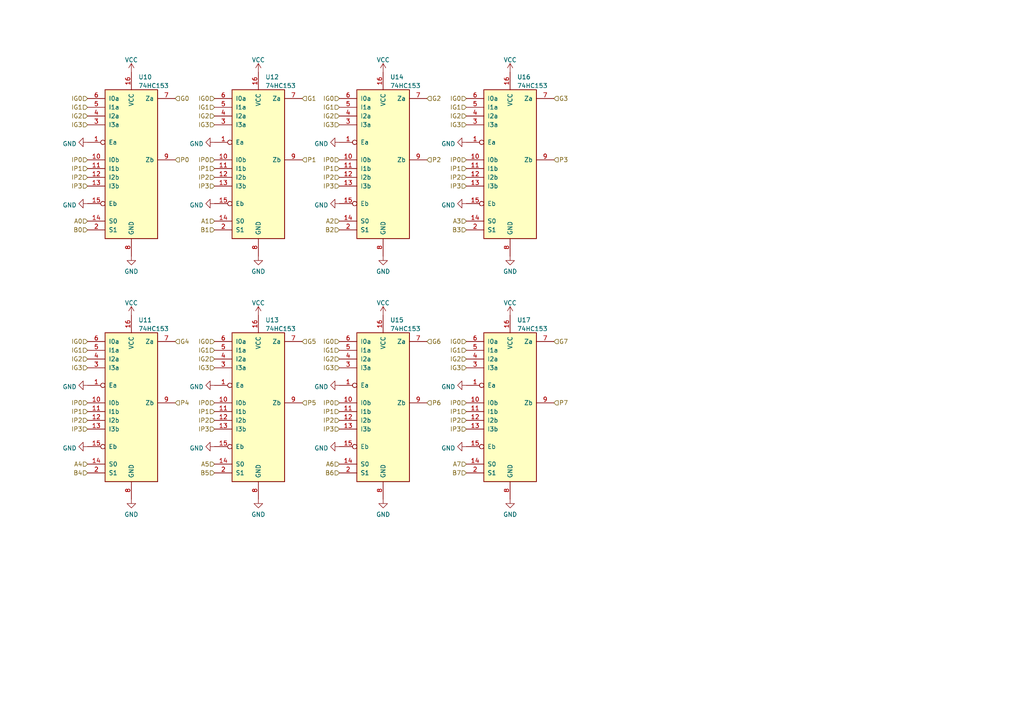
<source format=kicad_sch>
(kicad_sch
	(version 20231120)
	(generator "eeschema")
	(generator_version "8.0")
	(uuid "31673d1e-0497-4031-8a26-5b606be247eb")
	(paper "A4")
	(lib_symbols
		(symbol "74xx:74LS153"
			(pin_names
				(offset 1.016)
			)
			(exclude_from_sim no)
			(in_bom yes)
			(on_board yes)
			(property "Reference" "U"
				(at -7.62 21.59 0)
				(effects
					(font
						(size 1.27 1.27)
					)
				)
			)
			(property "Value" "74LS153"
				(at -7.62 -24.13 0)
				(effects
					(font
						(size 1.27 1.27)
					)
				)
			)
			(property "Footprint" ""
				(at 0 0 0)
				(effects
					(font
						(size 1.27 1.27)
					)
					(hide yes)
				)
			)
			(property "Datasheet" "http://www.ti.com/lit/gpn/sn74LS153"
				(at 0 0 0)
				(effects
					(font
						(size 1.27 1.27)
					)
					(hide yes)
				)
			)
			(property "Description" "Dual Multiplexer 4 to 1"
				(at 0 0 0)
				(effects
					(font
						(size 1.27 1.27)
					)
					(hide yes)
				)
			)
			(property "ki_locked" ""
				(at 0 0 0)
				(effects
					(font
						(size 1.27 1.27)
					)
				)
			)
			(property "ki_keywords" "TTL Mux4"
				(at 0 0 0)
				(effects
					(font
						(size 1.27 1.27)
					)
					(hide yes)
				)
			)
			(property "ki_fp_filters" "DIP?16*"
				(at 0 0 0)
				(effects
					(font
						(size 1.27 1.27)
					)
					(hide yes)
				)
			)
			(symbol "74LS153_1_0"
				(pin input inverted
					(at -12.7 5.08 0)
					(length 5.08)
					(name "Ea"
						(effects
							(font
								(size 1.27 1.27)
							)
						)
					)
					(number "1"
						(effects
							(font
								(size 1.27 1.27)
							)
						)
					)
				)
				(pin input line
					(at -12.7 0 0)
					(length 5.08)
					(name "I0b"
						(effects
							(font
								(size 1.27 1.27)
							)
						)
					)
					(number "10"
						(effects
							(font
								(size 1.27 1.27)
							)
						)
					)
				)
				(pin input line
					(at -12.7 -2.54 0)
					(length 5.08)
					(name "I1b"
						(effects
							(font
								(size 1.27 1.27)
							)
						)
					)
					(number "11"
						(effects
							(font
								(size 1.27 1.27)
							)
						)
					)
				)
				(pin input line
					(at -12.7 -5.08 0)
					(length 5.08)
					(name "I2b"
						(effects
							(font
								(size 1.27 1.27)
							)
						)
					)
					(number "12"
						(effects
							(font
								(size 1.27 1.27)
							)
						)
					)
				)
				(pin input line
					(at -12.7 -7.62 0)
					(length 5.08)
					(name "I3b"
						(effects
							(font
								(size 1.27 1.27)
							)
						)
					)
					(number "13"
						(effects
							(font
								(size 1.27 1.27)
							)
						)
					)
				)
				(pin input line
					(at -12.7 -17.78 0)
					(length 5.08)
					(name "S0"
						(effects
							(font
								(size 1.27 1.27)
							)
						)
					)
					(number "14"
						(effects
							(font
								(size 1.27 1.27)
							)
						)
					)
				)
				(pin input inverted
					(at -12.7 -12.7 0)
					(length 5.08)
					(name "Eb"
						(effects
							(font
								(size 1.27 1.27)
							)
						)
					)
					(number "15"
						(effects
							(font
								(size 1.27 1.27)
							)
						)
					)
				)
				(pin power_in line
					(at 0 25.4 270)
					(length 5.08)
					(name "VCC"
						(effects
							(font
								(size 1.27 1.27)
							)
						)
					)
					(number "16"
						(effects
							(font
								(size 1.27 1.27)
							)
						)
					)
				)
				(pin input line
					(at -12.7 -20.32 0)
					(length 5.08)
					(name "S1"
						(effects
							(font
								(size 1.27 1.27)
							)
						)
					)
					(number "2"
						(effects
							(font
								(size 1.27 1.27)
							)
						)
					)
				)
				(pin input line
					(at -12.7 10.16 0)
					(length 5.08)
					(name "I3a"
						(effects
							(font
								(size 1.27 1.27)
							)
						)
					)
					(number "3"
						(effects
							(font
								(size 1.27 1.27)
							)
						)
					)
				)
				(pin input line
					(at -12.7 12.7 0)
					(length 5.08)
					(name "I2a"
						(effects
							(font
								(size 1.27 1.27)
							)
						)
					)
					(number "4"
						(effects
							(font
								(size 1.27 1.27)
							)
						)
					)
				)
				(pin input line
					(at -12.7 15.24 0)
					(length 5.08)
					(name "I1a"
						(effects
							(font
								(size 1.27 1.27)
							)
						)
					)
					(number "5"
						(effects
							(font
								(size 1.27 1.27)
							)
						)
					)
				)
				(pin input line
					(at -12.7 17.78 0)
					(length 5.08)
					(name "I0a"
						(effects
							(font
								(size 1.27 1.27)
							)
						)
					)
					(number "6"
						(effects
							(font
								(size 1.27 1.27)
							)
						)
					)
				)
				(pin output line
					(at 12.7 17.78 180)
					(length 5.08)
					(name "Za"
						(effects
							(font
								(size 1.27 1.27)
							)
						)
					)
					(number "7"
						(effects
							(font
								(size 1.27 1.27)
							)
						)
					)
				)
				(pin power_in line
					(at 0 -27.94 90)
					(length 5.08)
					(name "GND"
						(effects
							(font
								(size 1.27 1.27)
							)
						)
					)
					(number "8"
						(effects
							(font
								(size 1.27 1.27)
							)
						)
					)
				)
				(pin output line
					(at 12.7 0 180)
					(length 5.08)
					(name "Zb"
						(effects
							(font
								(size 1.27 1.27)
							)
						)
					)
					(number "9"
						(effects
							(font
								(size 1.27 1.27)
							)
						)
					)
				)
			)
			(symbol "74LS153_1_1"
				(rectangle
					(start -7.62 20.32)
					(end 7.62 -22.86)
					(stroke
						(width 0.254)
						(type default)
					)
					(fill
						(type background)
					)
				)
			)
		)
		(symbol "power:GND"
			(power)
			(pin_names
				(offset 0)
			)
			(exclude_from_sim no)
			(in_bom yes)
			(on_board yes)
			(property "Reference" "#PWR"
				(at 0 -6.35 0)
				(effects
					(font
						(size 1.27 1.27)
					)
					(hide yes)
				)
			)
			(property "Value" "GND"
				(at 0 -3.81 0)
				(effects
					(font
						(size 1.27 1.27)
					)
				)
			)
			(property "Footprint" ""
				(at 0 0 0)
				(effects
					(font
						(size 1.27 1.27)
					)
					(hide yes)
				)
			)
			(property "Datasheet" ""
				(at 0 0 0)
				(effects
					(font
						(size 1.27 1.27)
					)
					(hide yes)
				)
			)
			(property "Description" "Power symbol creates a global label with name \"GND\" , ground"
				(at 0 0 0)
				(effects
					(font
						(size 1.27 1.27)
					)
					(hide yes)
				)
			)
			(property "ki_keywords" "power-flag"
				(at 0 0 0)
				(effects
					(font
						(size 1.27 1.27)
					)
					(hide yes)
				)
			)
			(symbol "GND_0_1"
				(polyline
					(pts
						(xy 0 0) (xy 0 -1.27) (xy 1.27 -1.27) (xy 0 -2.54) (xy -1.27 -1.27) (xy 0 -1.27)
					)
					(stroke
						(width 0)
						(type default)
					)
					(fill
						(type none)
					)
				)
			)
			(symbol "GND_1_1"
				(pin power_in line
					(at 0 0 270)
					(length 0) hide
					(name "GND"
						(effects
							(font
								(size 1.27 1.27)
							)
						)
					)
					(number "1"
						(effects
							(font
								(size 1.27 1.27)
							)
						)
					)
				)
			)
		)
		(symbol "power:VCC"
			(power)
			(pin_names
				(offset 0)
			)
			(exclude_from_sim no)
			(in_bom yes)
			(on_board yes)
			(property "Reference" "#PWR"
				(at 0 -3.81 0)
				(effects
					(font
						(size 1.27 1.27)
					)
					(hide yes)
				)
			)
			(property "Value" "VCC"
				(at 0 3.81 0)
				(effects
					(font
						(size 1.27 1.27)
					)
				)
			)
			(property "Footprint" ""
				(at 0 0 0)
				(effects
					(font
						(size 1.27 1.27)
					)
					(hide yes)
				)
			)
			(property "Datasheet" ""
				(at 0 0 0)
				(effects
					(font
						(size 1.27 1.27)
					)
					(hide yes)
				)
			)
			(property "Description" "Power symbol creates a global label with name \"VCC\""
				(at 0 0 0)
				(effects
					(font
						(size 1.27 1.27)
					)
					(hide yes)
				)
			)
			(property "ki_keywords" "power-flag"
				(at 0 0 0)
				(effects
					(font
						(size 1.27 1.27)
					)
					(hide yes)
				)
			)
			(symbol "VCC_0_1"
				(polyline
					(pts
						(xy -0.762 1.27) (xy 0 2.54)
					)
					(stroke
						(width 0)
						(type default)
					)
					(fill
						(type none)
					)
				)
				(polyline
					(pts
						(xy 0 0) (xy 0 2.54)
					)
					(stroke
						(width 0)
						(type default)
					)
					(fill
						(type none)
					)
				)
				(polyline
					(pts
						(xy 0 2.54) (xy 0.762 1.27)
					)
					(stroke
						(width 0)
						(type default)
					)
					(fill
						(type none)
					)
				)
			)
			(symbol "VCC_1_1"
				(pin power_in line
					(at 0 0 90)
					(length 0) hide
					(name "VCC"
						(effects
							(font
								(size 1.27 1.27)
							)
						)
					)
					(number "1"
						(effects
							(font
								(size 1.27 1.27)
							)
						)
					)
				)
			)
		)
	)
	(hierarchical_label "IG2"
		(shape input)
		(at 98.425 104.14 180)
		(fields_autoplaced yes)
		(effects
			(font
				(size 1.27 1.27)
			)
			(justify right)
		)
		(uuid "001f4318-ef9d-4da0-88be-3a5a7e8ee244")
	)
	(hierarchical_label "IP0"
		(shape input)
		(at 98.425 116.84 180)
		(fields_autoplaced yes)
		(effects
			(font
				(size 1.27 1.27)
			)
			(justify right)
		)
		(uuid "010114a6-c9bf-4fa7-bd86-0fba39dd3028")
	)
	(hierarchical_label "IG0"
		(shape input)
		(at 62.23 99.06 180)
		(fields_autoplaced yes)
		(effects
			(font
				(size 1.27 1.27)
			)
			(justify right)
		)
		(uuid "01780825-b33c-402c-acb1-6e83696ff043")
	)
	(hierarchical_label "IG0"
		(shape input)
		(at 98.425 99.06 180)
		(fields_autoplaced yes)
		(effects
			(font
				(size 1.27 1.27)
			)
			(justify right)
		)
		(uuid "01820f92-8ec7-4b8c-ac75-4832eabfe6ba")
	)
	(hierarchical_label "IP2"
		(shape input)
		(at 62.23 51.435 180)
		(fields_autoplaced yes)
		(effects
			(font
				(size 1.27 1.27)
			)
			(justify right)
		)
		(uuid "01f05a42-567d-4557-a9e8-ad9970a8190a")
	)
	(hierarchical_label "P6"
		(shape input)
		(at 123.825 116.84 0)
		(fields_autoplaced yes)
		(effects
			(font
				(size 1.27 1.27)
			)
			(justify left)
		)
		(uuid "0b54407d-19f3-4e36-83a9-4da65c7dc7fe")
	)
	(hierarchical_label "IG3"
		(shape input)
		(at 98.425 36.195 180)
		(fields_autoplaced yes)
		(effects
			(font
				(size 1.27 1.27)
			)
			(justify right)
		)
		(uuid "1069a0a2-61cc-45f0-99d1-4e0b8adda10c")
	)
	(hierarchical_label "IP3"
		(shape input)
		(at 62.23 124.46 180)
		(fields_autoplaced yes)
		(effects
			(font
				(size 1.27 1.27)
			)
			(justify right)
		)
		(uuid "10e07759-1753-425f-b3ad-4f19a5fe10e3")
	)
	(hierarchical_label "IP2"
		(shape input)
		(at 135.255 51.435 180)
		(fields_autoplaced yes)
		(effects
			(font
				(size 1.27 1.27)
			)
			(justify right)
		)
		(uuid "146fe5f5-ea54-4095-8e57-8355cf2d8430")
	)
	(hierarchical_label "IP3"
		(shape input)
		(at 25.4 124.46 180)
		(fields_autoplaced yes)
		(effects
			(font
				(size 1.27 1.27)
			)
			(justify right)
		)
		(uuid "1ada5ba1-3668-484d-b4f6-bfe07ae327e4")
	)
	(hierarchical_label "A0"
		(shape input)
		(at 25.4 64.135 180)
		(fields_autoplaced yes)
		(effects
			(font
				(size 1.27 1.27)
			)
			(justify right)
		)
		(uuid "1e190d84-2f97-4bdc-8ae5-a78179982cd1")
	)
	(hierarchical_label "G2"
		(shape input)
		(at 123.825 28.575 0)
		(fields_autoplaced yes)
		(effects
			(font
				(size 1.27 1.27)
			)
			(justify left)
		)
		(uuid "29ae0606-9215-4704-b513-700fa0d29ac8")
	)
	(hierarchical_label "IG0"
		(shape input)
		(at 135.255 28.575 180)
		(fields_autoplaced yes)
		(effects
			(font
				(size 1.27 1.27)
			)
			(justify right)
		)
		(uuid "2fa31dc8-a6e9-4401-914e-8b4c43e8dd68")
	)
	(hierarchical_label "IG3"
		(shape input)
		(at 25.4 106.68 180)
		(fields_autoplaced yes)
		(effects
			(font
				(size 1.27 1.27)
			)
			(justify right)
		)
		(uuid "318d88bd-0dfe-4f84-ab1d-52ed44211b43")
	)
	(hierarchical_label "IP0"
		(shape input)
		(at 62.23 116.84 180)
		(fields_autoplaced yes)
		(effects
			(font
				(size 1.27 1.27)
			)
			(justify right)
		)
		(uuid "32412009-8b13-4796-8f60-8bc8b3720a2c")
	)
	(hierarchical_label "IP0"
		(shape input)
		(at 62.23 46.355 180)
		(fields_autoplaced yes)
		(effects
			(font
				(size 1.27 1.27)
			)
			(justify right)
		)
		(uuid "325af7b4-abdd-4cec-9835-4e1461e6d01a")
	)
	(hierarchical_label "A2"
		(shape input)
		(at 98.425 64.135 180)
		(fields_autoplaced yes)
		(effects
			(font
				(size 1.27 1.27)
			)
			(justify right)
		)
		(uuid "343370a9-a4ad-4aa5-89f3-e41e20147c64")
	)
	(hierarchical_label "B0"
		(shape input)
		(at 25.4 66.675 180)
		(fields_autoplaced yes)
		(effects
			(font
				(size 1.27 1.27)
			)
			(justify right)
		)
		(uuid "38bee867-d91f-417b-841a-d8e9995fe868")
	)
	(hierarchical_label "IG1"
		(shape input)
		(at 62.23 101.6 180)
		(fields_autoplaced yes)
		(effects
			(font
				(size 1.27 1.27)
			)
			(justify right)
		)
		(uuid "393bb9ca-0f84-49da-8c0d-fa05016de6b0")
	)
	(hierarchical_label "P1"
		(shape input)
		(at 87.63 46.355 0)
		(fields_autoplaced yes)
		(effects
			(font
				(size 1.27 1.27)
			)
			(justify left)
		)
		(uuid "39e8a670-f432-4032-8455-1315589ee08b")
	)
	(hierarchical_label "IP2"
		(shape input)
		(at 135.255 121.92 180)
		(fields_autoplaced yes)
		(effects
			(font
				(size 1.27 1.27)
			)
			(justify right)
		)
		(uuid "3dc7bfb0-5732-461b-934f-1894a294aa1f")
	)
	(hierarchical_label "IP1"
		(shape input)
		(at 98.425 119.38 180)
		(fields_autoplaced yes)
		(effects
			(font
				(size 1.27 1.27)
			)
			(justify right)
		)
		(uuid "3dd2fb2f-ef6b-4603-9a04-6dd941cdfdce")
	)
	(hierarchical_label "IP1"
		(shape input)
		(at 135.255 119.38 180)
		(fields_autoplaced yes)
		(effects
			(font
				(size 1.27 1.27)
			)
			(justify right)
		)
		(uuid "401df3be-58d5-404d-a551-0c926c3bbca8")
	)
	(hierarchical_label "A4"
		(shape input)
		(at 25.4 134.62 180)
		(fields_autoplaced yes)
		(effects
			(font
				(size 1.27 1.27)
			)
			(justify right)
		)
		(uuid "42c501db-ffec-4447-b44b-d703d1c497cf")
	)
	(hierarchical_label "IP2"
		(shape input)
		(at 98.425 51.435 180)
		(fields_autoplaced yes)
		(effects
			(font
				(size 1.27 1.27)
			)
			(justify right)
		)
		(uuid "431649cc-d80f-4165-b01e-27a36b14a951")
	)
	(hierarchical_label "P4"
		(shape input)
		(at 50.8 116.84 0)
		(fields_autoplaced yes)
		(effects
			(font
				(size 1.27 1.27)
			)
			(justify left)
		)
		(uuid "44ff2eed-6b1e-435a-b4b5-e5019acf8445")
	)
	(hierarchical_label "IG2"
		(shape input)
		(at 25.4 33.655 180)
		(fields_autoplaced yes)
		(effects
			(font
				(size 1.27 1.27)
			)
			(justify right)
		)
		(uuid "4b1cdda5-44a6-4907-95ff-38f6c3c89db2")
	)
	(hierarchical_label "G4"
		(shape input)
		(at 50.8 99.06 0)
		(fields_autoplaced yes)
		(effects
			(font
				(size 1.27 1.27)
			)
			(justify left)
		)
		(uuid "4c3fce86-1b14-4fe4-8bb2-6ac61ade1ca4")
	)
	(hierarchical_label "IP1"
		(shape input)
		(at 62.23 48.895 180)
		(fields_autoplaced yes)
		(effects
			(font
				(size 1.27 1.27)
			)
			(justify right)
		)
		(uuid "4dd0efbd-9444-47a9-8a1f-9945dae99990")
	)
	(hierarchical_label "P3"
		(shape input)
		(at 160.655 46.355 0)
		(fields_autoplaced yes)
		(effects
			(font
				(size 1.27 1.27)
			)
			(justify left)
		)
		(uuid "4f08d836-bd00-4218-b4a8-223481934892")
	)
	(hierarchical_label "IP3"
		(shape input)
		(at 98.425 124.46 180)
		(fields_autoplaced yes)
		(effects
			(font
				(size 1.27 1.27)
			)
			(justify right)
		)
		(uuid "53871d3b-f0d9-4eb4-ae3b-71c9e7abcd02")
	)
	(hierarchical_label "G5"
		(shape input)
		(at 87.63 99.06 0)
		(fields_autoplaced yes)
		(effects
			(font
				(size 1.27 1.27)
			)
			(justify left)
		)
		(uuid "576a1999-50db-434c-ae89-ae303a0a7dd9")
	)
	(hierarchical_label "IP2"
		(shape input)
		(at 25.4 121.92 180)
		(fields_autoplaced yes)
		(effects
			(font
				(size 1.27 1.27)
			)
			(justify right)
		)
		(uuid "5a0d4ebb-be0d-43c6-9a58-5d31dd3008f7")
	)
	(hierarchical_label "IP1"
		(shape input)
		(at 25.4 48.895 180)
		(fields_autoplaced yes)
		(effects
			(font
				(size 1.27 1.27)
			)
			(justify right)
		)
		(uuid "5a9e8466-b399-4715-a2e9-2680f17b9d62")
	)
	(hierarchical_label "IG1"
		(shape input)
		(at 62.23 31.115 180)
		(fields_autoplaced yes)
		(effects
			(font
				(size 1.27 1.27)
			)
			(justify right)
		)
		(uuid "5b6d3db2-63d0-4837-a22d-9db4c34252e7")
	)
	(hierarchical_label "P0"
		(shape input)
		(at 50.8 46.355 0)
		(fields_autoplaced yes)
		(effects
			(font
				(size 1.27 1.27)
			)
			(justify left)
		)
		(uuid "5b94afc0-d001-4aa7-8c85-6e45ece0928e")
	)
	(hierarchical_label "A1"
		(shape input)
		(at 62.23 64.135 180)
		(fields_autoplaced yes)
		(effects
			(font
				(size 1.27 1.27)
			)
			(justify right)
		)
		(uuid "5bf55638-21a6-41d2-b08f-8039aba00a0c")
	)
	(hierarchical_label "P7"
		(shape input)
		(at 160.655 116.84 0)
		(fields_autoplaced yes)
		(effects
			(font
				(size 1.27 1.27)
			)
			(justify left)
		)
		(uuid "5ed0c5fa-eb01-4683-abb8-319df7bb124f")
	)
	(hierarchical_label "B2"
		(shape input)
		(at 98.425 66.675 180)
		(fields_autoplaced yes)
		(effects
			(font
				(size 1.27 1.27)
			)
			(justify right)
		)
		(uuid "5fede282-b52a-4e6b-9652-51dbba0d36cf")
	)
	(hierarchical_label "IP1"
		(shape input)
		(at 25.4 119.38 180)
		(fields_autoplaced yes)
		(effects
			(font
				(size 1.27 1.27)
			)
			(justify right)
		)
		(uuid "62337595-849d-47f3-8706-98b4b7d07983")
	)
	(hierarchical_label "B4"
		(shape input)
		(at 25.4 137.16 180)
		(fields_autoplaced yes)
		(effects
			(font
				(size 1.27 1.27)
			)
			(justify right)
		)
		(uuid "638f74bf-9fa3-4fdb-bf7e-4b23f3600432")
	)
	(hierarchical_label "G0"
		(shape input)
		(at 50.8 28.575 0)
		(fields_autoplaced yes)
		(effects
			(font
				(size 1.27 1.27)
			)
			(justify left)
		)
		(uuid "6487ed0b-81f6-40fb-8abe-32c514b065e8")
	)
	(hierarchical_label "IG1"
		(shape input)
		(at 98.425 101.6 180)
		(fields_autoplaced yes)
		(effects
			(font
				(size 1.27 1.27)
			)
			(justify right)
		)
		(uuid "64a0379c-e44c-4747-98f8-68a3f9835d3f")
	)
	(hierarchical_label "A5"
		(shape input)
		(at 62.23 134.62 180)
		(fields_autoplaced yes)
		(effects
			(font
				(size 1.27 1.27)
			)
			(justify right)
		)
		(uuid "6577559d-8367-47ea-b53b-d9e5973d7302")
	)
	(hierarchical_label "P5"
		(shape input)
		(at 87.63 116.84 0)
		(fields_autoplaced yes)
		(effects
			(font
				(size 1.27 1.27)
			)
			(justify left)
		)
		(uuid "67225ec3-99cc-4ab1-b574-2db34da93393")
	)
	(hierarchical_label "IG1"
		(shape input)
		(at 98.425 31.115 180)
		(fields_autoplaced yes)
		(effects
			(font
				(size 1.27 1.27)
			)
			(justify right)
		)
		(uuid "68859277-bc88-4386-82f8-218a5abcce6e")
	)
	(hierarchical_label "IG0"
		(shape input)
		(at 25.4 28.575 180)
		(fields_autoplaced yes)
		(effects
			(font
				(size 1.27 1.27)
			)
			(justify right)
		)
		(uuid "6b06ffee-dc60-49de-bfd0-3b8c2bd6ed23")
	)
	(hierarchical_label "A6"
		(shape input)
		(at 98.425 134.62 180)
		(fields_autoplaced yes)
		(effects
			(font
				(size 1.27 1.27)
			)
			(justify right)
		)
		(uuid "6e23ba8b-6403-446a-990c-88c49808f1a2")
	)
	(hierarchical_label "A7"
		(shape input)
		(at 135.255 134.62 180)
		(fields_autoplaced yes)
		(effects
			(font
				(size 1.27 1.27)
			)
			(justify right)
		)
		(uuid "726da662-e9fb-4064-bdd7-992d95e42a39")
	)
	(hierarchical_label "IP0"
		(shape input)
		(at 25.4 116.84 180)
		(fields_autoplaced yes)
		(effects
			(font
				(size 1.27 1.27)
			)
			(justify right)
		)
		(uuid "76ffa4a6-b2e0-4b9e-844c-e247b64f7da8")
	)
	(hierarchical_label "IP0"
		(shape input)
		(at 25.4 46.355 180)
		(fields_autoplaced yes)
		(effects
			(font
				(size 1.27 1.27)
			)
			(justify right)
		)
		(uuid "7939f7dc-ca10-4a24-8c99-926eea9fb652")
	)
	(hierarchical_label "IP1"
		(shape input)
		(at 98.425 48.895 180)
		(fields_autoplaced yes)
		(effects
			(font
				(size 1.27 1.27)
			)
			(justify right)
		)
		(uuid "7c34093d-dffc-4af8-8b96-0c99f7e3f302")
	)
	(hierarchical_label "IP2"
		(shape input)
		(at 98.425 121.92 180)
		(fields_autoplaced yes)
		(effects
			(font
				(size 1.27 1.27)
			)
			(justify right)
		)
		(uuid "7c721d37-6285-49f6-97c8-00dd6343919e")
	)
	(hierarchical_label "IG2"
		(shape input)
		(at 25.4 104.14 180)
		(fields_autoplaced yes)
		(effects
			(font
				(size 1.27 1.27)
			)
			(justify right)
		)
		(uuid "7e6d6e8a-bc10-439d-abd0-b13a873b6ced")
	)
	(hierarchical_label "IP0"
		(shape input)
		(at 98.425 46.355 180)
		(fields_autoplaced yes)
		(effects
			(font
				(size 1.27 1.27)
			)
			(justify right)
		)
		(uuid "7f5ed7bc-c175-4c00-863d-c6a9bab9785b")
	)
	(hierarchical_label "IG3"
		(shape input)
		(at 62.23 36.195 180)
		(fields_autoplaced yes)
		(effects
			(font
				(size 1.27 1.27)
			)
			(justify right)
		)
		(uuid "806d4ab0-aec3-4928-bc98-d233934efb50")
	)
	(hierarchical_label "IG3"
		(shape input)
		(at 62.23 106.68 180)
		(fields_autoplaced yes)
		(effects
			(font
				(size 1.27 1.27)
			)
			(justify right)
		)
		(uuid "84ec7958-eac5-4607-8f21-9cee97811220")
	)
	(hierarchical_label "IG0"
		(shape input)
		(at 98.425 28.575 180)
		(fields_autoplaced yes)
		(effects
			(font
				(size 1.27 1.27)
			)
			(justify right)
		)
		(uuid "87d96831-d892-4a15-b971-632025bff6f4")
	)
	(hierarchical_label "B5"
		(shape input)
		(at 62.23 137.16 180)
		(fields_autoplaced yes)
		(effects
			(font
				(size 1.27 1.27)
			)
			(justify right)
		)
		(uuid "88ab59d4-06aa-4860-8e80-60afa6ef014c")
	)
	(hierarchical_label "IP3"
		(shape input)
		(at 25.4 53.975 180)
		(fields_autoplaced yes)
		(effects
			(font
				(size 1.27 1.27)
			)
			(justify right)
		)
		(uuid "8929d700-361f-4baa-b4d4-3d0e797f53cc")
	)
	(hierarchical_label "B1"
		(shape input)
		(at 62.23 66.675 180)
		(fields_autoplaced yes)
		(effects
			(font
				(size 1.27 1.27)
			)
			(justify right)
		)
		(uuid "8a7d7121-1494-44e6-adef-e87ecb4d1c39")
	)
	(hierarchical_label "IG2"
		(shape input)
		(at 135.255 104.14 180)
		(fields_autoplaced yes)
		(effects
			(font
				(size 1.27 1.27)
			)
			(justify right)
		)
		(uuid "8ef23f48-8cc0-4c99-a75b-66c3a0cc6042")
	)
	(hierarchical_label "IP3"
		(shape input)
		(at 62.23 53.975 180)
		(fields_autoplaced yes)
		(effects
			(font
				(size 1.27 1.27)
			)
			(justify right)
		)
		(uuid "922a47b8-37d0-465c-ae22-79de7ee120cf")
	)
	(hierarchical_label "IG0"
		(shape input)
		(at 135.255 99.06 180)
		(fields_autoplaced yes)
		(effects
			(font
				(size 1.27 1.27)
			)
			(justify right)
		)
		(uuid "996a1ff0-dd95-4d22-886b-4b38fae69137")
	)
	(hierarchical_label "G6"
		(shape input)
		(at 123.825 99.06 0)
		(fields_autoplaced yes)
		(effects
			(font
				(size 1.27 1.27)
			)
			(justify left)
		)
		(uuid "9b346936-2eb6-4759-9c2b-c6f02b94e62c")
	)
	(hierarchical_label "IG2"
		(shape input)
		(at 98.425 33.655 180)
		(fields_autoplaced yes)
		(effects
			(font
				(size 1.27 1.27)
			)
			(justify right)
		)
		(uuid "a3259a9b-b4e5-4a67-8cfa-bb13560837dc")
	)
	(hierarchical_label "IG1"
		(shape input)
		(at 135.255 31.115 180)
		(fields_autoplaced yes)
		(effects
			(font
				(size 1.27 1.27)
			)
			(justify right)
		)
		(uuid "a33d6a37-36eb-4ff2-b1b9-193fb9280047")
	)
	(hierarchical_label "IG1"
		(shape input)
		(at 135.255 101.6 180)
		(fields_autoplaced yes)
		(effects
			(font
				(size 1.27 1.27)
			)
			(justify right)
		)
		(uuid "ae2a6b1c-1dd8-42e6-aed8-15a3c65bf3eb")
	)
	(hierarchical_label "G3"
		(shape input)
		(at 160.655 28.575 0)
		(fields_autoplaced yes)
		(effects
			(font
				(size 1.27 1.27)
			)
			(justify left)
		)
		(uuid "b045fc89-c370-461d-8863-b8cec271690e")
	)
	(hierarchical_label "IP3"
		(shape input)
		(at 135.255 53.975 180)
		(fields_autoplaced yes)
		(effects
			(font
				(size 1.27 1.27)
			)
			(justify right)
		)
		(uuid "b3f14335-12d9-4323-8914-35f607e2156c")
	)
	(hierarchical_label "IG1"
		(shape input)
		(at 25.4 101.6 180)
		(fields_autoplaced yes)
		(effects
			(font
				(size 1.27 1.27)
			)
			(justify right)
		)
		(uuid "b4a67022-73b3-43c5-9fe5-b0f8c224e250")
	)
	(hierarchical_label "IG1"
		(shape input)
		(at 25.4 31.115 180)
		(fields_autoplaced yes)
		(effects
			(font
				(size 1.27 1.27)
			)
			(justify right)
		)
		(uuid "b636cc27-cf6b-4878-9e0e-5a3bfbead616")
	)
	(hierarchical_label "IP0"
		(shape input)
		(at 135.255 46.355 180)
		(fields_autoplaced yes)
		(effects
			(font
				(size 1.27 1.27)
			)
			(justify right)
		)
		(uuid "b9690622-e068-4904-a4c1-eaae2fe732e6")
	)
	(hierarchical_label "IG3"
		(shape input)
		(at 98.425 106.68 180)
		(fields_autoplaced yes)
		(effects
			(font
				(size 1.27 1.27)
			)
			(justify right)
		)
		(uuid "bbbce772-4e64-4bc8-bbaf-a12e60dec058")
	)
	(hierarchical_label "IP0"
		(shape input)
		(at 135.255 116.84 180)
		(fields_autoplaced yes)
		(effects
			(font
				(size 1.27 1.27)
			)
			(justify right)
		)
		(uuid "c1e51856-6a23-43d4-919e-158499375301")
	)
	(hierarchical_label "IP1"
		(shape input)
		(at 135.255 48.895 180)
		(fields_autoplaced yes)
		(effects
			(font
				(size 1.27 1.27)
			)
			(justify right)
		)
		(uuid "c3dd3eaa-4abf-47fc-a0d4-dcef661e6efc")
	)
	(hierarchical_label "A3"
		(shape input)
		(at 135.255 64.135 180)
		(fields_autoplaced yes)
		(effects
			(font
				(size 1.27 1.27)
			)
			(justify right)
		)
		(uuid "c6d5b90b-c2b3-4472-bfe9-dd6b6ce96277")
	)
	(hierarchical_label "IG2"
		(shape input)
		(at 62.23 33.655 180)
		(fields_autoplaced yes)
		(effects
			(font
				(size 1.27 1.27)
			)
			(justify right)
		)
		(uuid "c8cef989-138c-4445-9c39-83cf6c463a46")
	)
	(hierarchical_label "B3"
		(shape input)
		(at 135.255 66.675 180)
		(fields_autoplaced yes)
		(effects
			(font
				(size 1.27 1.27)
			)
			(justify right)
		)
		(uuid "cea0bbcc-edc6-4989-b5cd-2cf0bd6ea604")
	)
	(hierarchical_label "IG0"
		(shape input)
		(at 62.23 28.575 180)
		(fields_autoplaced yes)
		(effects
			(font
				(size 1.27 1.27)
			)
			(justify right)
		)
		(uuid "cee40882-1d73-4510-a259-efefef5039b9")
	)
	(hierarchical_label "G7"
		(shape input)
		(at 160.655 99.06 0)
		(fields_autoplaced yes)
		(effects
			(font
				(size 1.27 1.27)
			)
			(justify left)
		)
		(uuid "d5aa0290-ce89-4a35-b05c-206220334f06")
	)
	(hierarchical_label "IG2"
		(shape input)
		(at 62.23 104.14 180)
		(fields_autoplaced yes)
		(effects
			(font
				(size 1.27 1.27)
			)
			(justify right)
		)
		(uuid "d67d4be9-35a9-4915-835a-287615410cd7")
	)
	(hierarchical_label "IG3"
		(shape input)
		(at 25.4 36.195 180)
		(fields_autoplaced yes)
		(effects
			(font
				(size 1.27 1.27)
			)
			(justify right)
		)
		(uuid "e0df7ba4-e13b-422e-a5b1-54ebb0bf07e2")
	)
	(hierarchical_label "IP1"
		(shape input)
		(at 62.23 119.38 180)
		(fields_autoplaced yes)
		(effects
			(font
				(size 1.27 1.27)
			)
			(justify right)
		)
		(uuid "e250d2cf-a4c2-486d-9703-71276d1bf450")
	)
	(hierarchical_label "B6"
		(shape input)
		(at 98.425 137.16 180)
		(fields_autoplaced yes)
		(effects
			(font
				(size 1.27 1.27)
			)
			(justify right)
		)
		(uuid "e65edf5e-89b3-4e91-ab51-301b70521570")
	)
	(hierarchical_label "IG3"
		(shape input)
		(at 135.255 106.68 180)
		(fields_autoplaced yes)
		(effects
			(font
				(size 1.27 1.27)
			)
			(justify right)
		)
		(uuid "e6833477-bcc4-4fa8-b76b-cc82348e38e5")
	)
	(hierarchical_label "P2"
		(shape input)
		(at 123.825 46.355 0)
		(fields_autoplaced yes)
		(effects
			(font
				(size 1.27 1.27)
			)
			(justify left)
		)
		(uuid "e91b7fc6-983b-4972-8ed0-e8abccaa1f75")
	)
	(hierarchical_label "IP3"
		(shape input)
		(at 135.255 124.46 180)
		(fields_autoplaced yes)
		(effects
			(font
				(size 1.27 1.27)
			)
			(justify right)
		)
		(uuid "ee07cde2-a5ba-4a82-b8b9-d13ebe539f8a")
	)
	(hierarchical_label "G1"
		(shape input)
		(at 87.63 28.575 0)
		(fields_autoplaced yes)
		(effects
			(font
				(size 1.27 1.27)
			)
			(justify left)
		)
		(uuid "f0864978-dd59-452c-8a19-81f086fa9726")
	)
	(hierarchical_label "IP3"
		(shape input)
		(at 98.425 53.975 180)
		(fields_autoplaced yes)
		(effects
			(font
				(size 1.27 1.27)
			)
			(justify right)
		)
		(uuid "f2856c55-d94e-4a4d-8e26-ca6ff2aec67c")
	)
	(hierarchical_label "IP2"
		(shape input)
		(at 62.23 121.92 180)
		(fields_autoplaced yes)
		(effects
			(font
				(size 1.27 1.27)
			)
			(justify right)
		)
		(uuid "f38b3651-f3ee-4ee2-9589-403b12046405")
	)
	(hierarchical_label "IG2"
		(shape input)
		(at 135.255 33.655 180)
		(fields_autoplaced yes)
		(effects
			(font
				(size 1.27 1.27)
			)
			(justify right)
		)
		(uuid "f96c0e98-fdd8-4311-9925-ea5720b6c6af")
	)
	(hierarchical_label "IG0"
		(shape input)
		(at 25.4 99.06 180)
		(fields_autoplaced yes)
		(effects
			(font
				(size 1.27 1.27)
			)
			(justify right)
		)
		(uuid "fbef4b9e-9e29-4d39-b8ed-77e932a6688c")
	)
	(hierarchical_label "IP2"
		(shape input)
		(at 25.4 51.435 180)
		(fields_autoplaced yes)
		(effects
			(font
				(size 1.27 1.27)
			)
			(justify right)
		)
		(uuid "fbf09ef9-af56-4f82-a729-5c6928698b45")
	)
	(hierarchical_label "IG3"
		(shape input)
		(at 135.255 36.195 180)
		(fields_autoplaced yes)
		(effects
			(font
				(size 1.27 1.27)
			)
			(justify right)
		)
		(uuid "ff1f995d-6b53-4e68-8f12-90b2c77ea5fc")
	)
	(hierarchical_label "B7"
		(shape input)
		(at 135.255 137.16 180)
		(fields_autoplaced yes)
		(effects
			(font
				(size 1.27 1.27)
			)
			(justify right)
		)
		(uuid "ffa225d5-156c-44c7-bae2-3eb4f2d3c692")
	)
	(symbol
		(lib_id "power:GND")
		(at 25.4 41.275 270)
		(unit 1)
		(exclude_from_sim no)
		(in_bom yes)
		(on_board yes)
		(dnp no)
		(fields_autoplaced yes)
		(uuid "099c1b13-d4f0-4ddc-949c-88b1ee89a665")
		(property "Reference" "#PWR051"
			(at 19.05 41.275 0)
			(effects
				(font
					(size 1.27 1.27)
				)
				(hide yes)
			)
		)
		(property "Value" "GND"
			(at 22.2251 41.7088 90)
			(effects
				(font
					(size 1.27 1.27)
				)
				(justify right)
			)
		)
		(property "Footprint" ""
			(at 25.4 41.275 0)
			(effects
				(font
					(size 1.27 1.27)
				)
				(hide yes)
			)
		)
		(property "Datasheet" ""
			(at 25.4 41.275 0)
			(effects
				(font
					(size 1.27 1.27)
				)
				(hide yes)
			)
		)
		(property "Description" ""
			(at 25.4 41.275 0)
			(effects
				(font
					(size 1.27 1.27)
				)
				(hide yes)
			)
		)
		(pin "1"
			(uuid "8c059cd3-7aa4-475c-82be-fb082107bcf2")
		)
		(instances
			(project "alu_advanced"
				(path "/22099891-c024-454a-9de9-05a39976ca6d/69bbf728-087d-41d2-8b72-6fc131a01b51"
					(reference "#PWR051")
					(unit 1)
				)
			)
		)
	)
	(symbol
		(lib_id "power:GND")
		(at 38.1 74.295 0)
		(unit 1)
		(exclude_from_sim no)
		(in_bom yes)
		(on_board yes)
		(dnp no)
		(fields_autoplaced yes)
		(uuid "0cc5197d-9240-4296-87fe-241a351a0f9a")
		(property "Reference" "#PWR056"
			(at 38.1 80.645 0)
			(effects
				(font
					(size 1.27 1.27)
				)
				(hide yes)
			)
		)
		(property "Value" "GND"
			(at 38.1 78.7384 0)
			(effects
				(font
					(size 1.27 1.27)
				)
			)
		)
		(property "Footprint" ""
			(at 38.1 74.295 0)
			(effects
				(font
					(size 1.27 1.27)
				)
				(hide yes)
			)
		)
		(property "Datasheet" ""
			(at 38.1 74.295 0)
			(effects
				(font
					(size 1.27 1.27)
				)
				(hide yes)
			)
		)
		(property "Description" ""
			(at 38.1 74.295 0)
			(effects
				(font
					(size 1.27 1.27)
				)
				(hide yes)
			)
		)
		(pin "1"
			(uuid "4f4c11eb-4532-4ba8-b5bf-b99fcfeeb723")
		)
		(instances
			(project "alu_advanced"
				(path "/22099891-c024-454a-9de9-05a39976ca6d/69bbf728-087d-41d2-8b72-6fc131a01b51"
					(reference "#PWR056")
					(unit 1)
				)
			)
		)
	)
	(symbol
		(lib_id "power:VCC")
		(at 38.1 91.44 0)
		(unit 1)
		(exclude_from_sim no)
		(in_bom yes)
		(on_board yes)
		(dnp no)
		(fields_autoplaced yes)
		(uuid "119f967a-2be8-46b7-8bc3-fbc62fb5b144")
		(property "Reference" "#PWR057"
			(at 38.1 95.25 0)
			(effects
				(font
					(size 1.27 1.27)
				)
				(hide yes)
			)
		)
		(property "Value" "VCC"
			(at 38.1 87.8642 0)
			(effects
				(font
					(size 1.27 1.27)
				)
			)
		)
		(property "Footprint" ""
			(at 38.1 91.44 0)
			(effects
				(font
					(size 1.27 1.27)
				)
				(hide yes)
			)
		)
		(property "Datasheet" ""
			(at 38.1 91.44 0)
			(effects
				(font
					(size 1.27 1.27)
				)
				(hide yes)
			)
		)
		(property "Description" ""
			(at 38.1 91.44 0)
			(effects
				(font
					(size 1.27 1.27)
				)
				(hide yes)
			)
		)
		(pin "1"
			(uuid "0bc11dc3-4462-4963-8865-e4444a85e9b8")
		)
		(instances
			(project "alu_advanced"
				(path "/22099891-c024-454a-9de9-05a39976ca6d/69bbf728-087d-41d2-8b72-6fc131a01b51"
					(reference "#PWR057")
					(unit 1)
				)
			)
		)
	)
	(symbol
		(lib_id "power:VCC")
		(at 147.955 91.44 0)
		(unit 1)
		(exclude_from_sim no)
		(in_bom yes)
		(on_board yes)
		(dnp no)
		(fields_autoplaced yes)
		(uuid "1e25739a-d7a9-4fea-8ed6-51b4de1ea36a")
		(property "Reference" "#PWR081"
			(at 147.955 95.25 0)
			(effects
				(font
					(size 1.27 1.27)
				)
				(hide yes)
			)
		)
		(property "Value" "VCC"
			(at 147.955 87.8642 0)
			(effects
				(font
					(size 1.27 1.27)
				)
			)
		)
		(property "Footprint" ""
			(at 147.955 91.44 0)
			(effects
				(font
					(size 1.27 1.27)
				)
				(hide yes)
			)
		)
		(property "Datasheet" ""
			(at 147.955 91.44 0)
			(effects
				(font
					(size 1.27 1.27)
				)
				(hide yes)
			)
		)
		(property "Description" ""
			(at 147.955 91.44 0)
			(effects
				(font
					(size 1.27 1.27)
				)
				(hide yes)
			)
		)
		(pin "1"
			(uuid "3402b427-c04a-47cb-bf6f-c01eed85d411")
		)
		(instances
			(project "alu_advanced"
				(path "/22099891-c024-454a-9de9-05a39976ca6d/69bbf728-087d-41d2-8b72-6fc131a01b51"
					(reference "#PWR081")
					(unit 1)
				)
			)
		)
	)
	(symbol
		(lib_id "power:GND")
		(at 62.23 111.76 270)
		(unit 1)
		(exclude_from_sim no)
		(in_bom yes)
		(on_board yes)
		(dnp no)
		(fields_autoplaced yes)
		(uuid "244f7a91-a88d-4552-83f4-dc288355f991")
		(property "Reference" "#PWR061"
			(at 55.88 111.76 0)
			(effects
				(font
					(size 1.27 1.27)
				)
				(hide yes)
			)
		)
		(property "Value" "GND"
			(at 59.0551 112.1938 90)
			(effects
				(font
					(size 1.27 1.27)
				)
				(justify right)
			)
		)
		(property "Footprint" ""
			(at 62.23 111.76 0)
			(effects
				(font
					(size 1.27 1.27)
				)
				(hide yes)
			)
		)
		(property "Datasheet" ""
			(at 62.23 111.76 0)
			(effects
				(font
					(size 1.27 1.27)
				)
				(hide yes)
			)
		)
		(property "Description" ""
			(at 62.23 111.76 0)
			(effects
				(font
					(size 1.27 1.27)
				)
				(hide yes)
			)
		)
		(pin "1"
			(uuid "cd83c030-af42-43f7-9714-582d1338849d")
		)
		(instances
			(project "alu_advanced"
				(path "/22099891-c024-454a-9de9-05a39976ca6d/69bbf728-087d-41d2-8b72-6fc131a01b51"
					(reference "#PWR061")
					(unit 1)
				)
			)
		)
	)
	(symbol
		(lib_id "power:VCC")
		(at 111.125 91.44 0)
		(unit 1)
		(exclude_from_sim no)
		(in_bom yes)
		(on_board yes)
		(dnp no)
		(fields_autoplaced yes)
		(uuid "2fc614d8-df64-4b2e-88ec-3b2da0e7639b")
		(property "Reference" "#PWR073"
			(at 111.125 95.25 0)
			(effects
				(font
					(size 1.27 1.27)
				)
				(hide yes)
			)
		)
		(property "Value" "VCC"
			(at 111.125 87.8642 0)
			(effects
				(font
					(size 1.27 1.27)
				)
			)
		)
		(property "Footprint" ""
			(at 111.125 91.44 0)
			(effects
				(font
					(size 1.27 1.27)
				)
				(hide yes)
			)
		)
		(property "Datasheet" ""
			(at 111.125 91.44 0)
			(effects
				(font
					(size 1.27 1.27)
				)
				(hide yes)
			)
		)
		(property "Description" ""
			(at 111.125 91.44 0)
			(effects
				(font
					(size 1.27 1.27)
				)
				(hide yes)
			)
		)
		(pin "1"
			(uuid "89d3b44e-f152-44bf-9679-c0842af35caa")
		)
		(instances
			(project "alu_advanced"
				(path "/22099891-c024-454a-9de9-05a39976ca6d/69bbf728-087d-41d2-8b72-6fc131a01b51"
					(reference "#PWR073")
					(unit 1)
				)
			)
		)
	)
	(symbol
		(lib_id "74xx:74LS153")
		(at 147.955 46.355 0)
		(unit 1)
		(exclude_from_sim no)
		(in_bom yes)
		(on_board yes)
		(dnp no)
		(fields_autoplaced yes)
		(uuid "2fe308f2-a241-412a-a3fc-49084f74e3bd")
		(property "Reference" "U16"
			(at 149.9744 22.3352 0)
			(effects
				(font
					(size 1.27 1.27)
				)
				(justify left)
			)
		)
		(property "Value" "74HC153"
			(at 149.9744 24.8721 0)
			(effects
				(font
					(size 1.27 1.27)
				)
				(justify left)
			)
		)
		(property "Footprint" "Package_SO:SO-16_3.9x9.9mm_P1.27mm"
			(at 147.955 46.355 0)
			(effects
				(font
					(size 1.27 1.27)
				)
				(hide yes)
			)
		)
		(property "Datasheet" "http://www.ti.com/lit/gpn/sn74LS153"
			(at 147.955 46.355 0)
			(effects
				(font
					(size 1.27 1.27)
				)
				(hide yes)
			)
		)
		(property "Description" ""
			(at 147.955 46.355 0)
			(effects
				(font
					(size 1.27 1.27)
				)
				(hide yes)
			)
		)
		(pin "1"
			(uuid "261ff3a9-c288-40a0-afa4-9ca36bd4a380")
		)
		(pin "10"
			(uuid "afcb1511-fd0c-4282-a03a-7925b5d635d7")
		)
		(pin "11"
			(uuid "9f9fe10d-df78-4598-a394-30a1c4b24e4e")
		)
		(pin "12"
			(uuid "446d8c60-6c3b-4423-a11b-10e77ebfe8e2")
		)
		(pin "13"
			(uuid "971a2c39-14fd-4440-82df-f08f1581833f")
		)
		(pin "14"
			(uuid "72bc58d2-b720-4c19-b393-d7bcb5a74e3c")
		)
		(pin "15"
			(uuid "f3afac20-ab0c-4886-83c8-b0a6906351f5")
		)
		(pin "16"
			(uuid "7909f6bd-53eb-4211-a49d-bddc1fb9fd79")
		)
		(pin "2"
			(uuid "b67c2431-318b-4dc2-aaad-cf9ebfae89b7")
		)
		(pin "3"
			(uuid "786c338c-7fb0-40f9-82c2-21911cde8e2a")
		)
		(pin "4"
			(uuid "00c8054d-e9ad-4a2f-9b8d-ce60d1e3b0fb")
		)
		(pin "5"
			(uuid "cfd93cd1-8190-481c-9f2d-9ebdaf44aee9")
		)
		(pin "6"
			(uuid "3b24f240-ecb6-4a2a-8ba4-ab0e0345ae83")
		)
		(pin "7"
			(uuid "d76e5698-b9b1-4b82-90b1-7669d12fc485")
		)
		(pin "8"
			(uuid "903f4080-51b0-4dc0-829a-95bbf92cbf1e")
		)
		(pin "9"
			(uuid "0c2733e6-b2c8-4105-a54a-875815b655a2")
		)
		(instances
			(project "alu_advanced"
				(path "/22099891-c024-454a-9de9-05a39976ca6d/69bbf728-087d-41d2-8b72-6fc131a01b51"
					(reference "U16")
					(unit 1)
				)
			)
		)
	)
	(symbol
		(lib_id "power:VCC")
		(at 38.1 20.955 0)
		(unit 1)
		(exclude_from_sim no)
		(in_bom yes)
		(on_board yes)
		(dnp no)
		(fields_autoplaced yes)
		(uuid "3c7cdb6d-f6f8-4fb1-8e3b-36abe0ecad7b")
		(property "Reference" "#PWR055"
			(at 38.1 24.765 0)
			(effects
				(font
					(size 1.27 1.27)
				)
				(hide yes)
			)
		)
		(property "Value" "VCC"
			(at 38.1 17.3792 0)
			(effects
				(font
					(size 1.27 1.27)
				)
			)
		)
		(property "Footprint" ""
			(at 38.1 20.955 0)
			(effects
				(font
					(size 1.27 1.27)
				)
				(hide yes)
			)
		)
		(property "Datasheet" ""
			(at 38.1 20.955 0)
			(effects
				(font
					(size 1.27 1.27)
				)
				(hide yes)
			)
		)
		(property "Description" ""
			(at 38.1 20.955 0)
			(effects
				(font
					(size 1.27 1.27)
				)
				(hide yes)
			)
		)
		(pin "1"
			(uuid "ddd6c752-d892-404c-9dc7-7afd86e8dca7")
		)
		(instances
			(project "alu_advanced"
				(path "/22099891-c024-454a-9de9-05a39976ca6d/69bbf728-087d-41d2-8b72-6fc131a01b51"
					(reference "#PWR055")
					(unit 1)
				)
			)
		)
	)
	(symbol
		(lib_id "power:GND")
		(at 98.425 41.275 270)
		(unit 1)
		(exclude_from_sim no)
		(in_bom yes)
		(on_board yes)
		(dnp no)
		(fields_autoplaced yes)
		(uuid "424cbfa6-58cf-47aa-b97d-cca5f6eca6e7")
		(property "Reference" "#PWR067"
			(at 92.075 41.275 0)
			(effects
				(font
					(size 1.27 1.27)
				)
				(hide yes)
			)
		)
		(property "Value" "GND"
			(at 95.2501 41.7088 90)
			(effects
				(font
					(size 1.27 1.27)
				)
				(justify right)
			)
		)
		(property "Footprint" ""
			(at 98.425 41.275 0)
			(effects
				(font
					(size 1.27 1.27)
				)
				(hide yes)
			)
		)
		(property "Datasheet" ""
			(at 98.425 41.275 0)
			(effects
				(font
					(size 1.27 1.27)
				)
				(hide yes)
			)
		)
		(property "Description" ""
			(at 98.425 41.275 0)
			(effects
				(font
					(size 1.27 1.27)
				)
				(hide yes)
			)
		)
		(pin "1"
			(uuid "4f8cc880-418e-4bd9-a613-325e2fa59487")
		)
		(instances
			(project "alu_advanced"
				(path "/22099891-c024-454a-9de9-05a39976ca6d/69bbf728-087d-41d2-8b72-6fc131a01b51"
					(reference "#PWR067")
					(unit 1)
				)
			)
		)
	)
	(symbol
		(lib_id "power:GND")
		(at 98.425 59.055 270)
		(unit 1)
		(exclude_from_sim no)
		(in_bom yes)
		(on_board yes)
		(dnp no)
		(fields_autoplaced yes)
		(uuid "454898d7-0295-444e-b395-6aac70a58e85")
		(property "Reference" "#PWR068"
			(at 92.075 59.055 0)
			(effects
				(font
					(size 1.27 1.27)
				)
				(hide yes)
			)
		)
		(property "Value" "GND"
			(at 95.2501 59.4888 90)
			(effects
				(font
					(size 1.27 1.27)
				)
				(justify right)
			)
		)
		(property "Footprint" ""
			(at 98.425 59.055 0)
			(effects
				(font
					(size 1.27 1.27)
				)
				(hide yes)
			)
		)
		(property "Datasheet" ""
			(at 98.425 59.055 0)
			(effects
				(font
					(size 1.27 1.27)
				)
				(hide yes)
			)
		)
		(property "Description" ""
			(at 98.425 59.055 0)
			(effects
				(font
					(size 1.27 1.27)
				)
				(hide yes)
			)
		)
		(pin "1"
			(uuid "9eb6be49-d9eb-4db4-b5fd-7ad41c9e3286")
		)
		(instances
			(project "alu_advanced"
				(path "/22099891-c024-454a-9de9-05a39976ca6d/69bbf728-087d-41d2-8b72-6fc131a01b51"
					(reference "#PWR068")
					(unit 1)
				)
			)
		)
	)
	(symbol
		(lib_id "power:GND")
		(at 98.425 111.76 270)
		(unit 1)
		(exclude_from_sim no)
		(in_bom yes)
		(on_board yes)
		(dnp no)
		(fields_autoplaced yes)
		(uuid "4cc74c20-43a0-443b-9162-c0ac4f6793b4")
		(property "Reference" "#PWR069"
			(at 92.075 111.76 0)
			(effects
				(font
					(size 1.27 1.27)
				)
				(hide yes)
			)
		)
		(property "Value" "GND"
			(at 95.2501 112.1938 90)
			(effects
				(font
					(size 1.27 1.27)
				)
				(justify right)
			)
		)
		(property "Footprint" ""
			(at 98.425 111.76 0)
			(effects
				(font
					(size 1.27 1.27)
				)
				(hide yes)
			)
		)
		(property "Datasheet" ""
			(at 98.425 111.76 0)
			(effects
				(font
					(size 1.27 1.27)
				)
				(hide yes)
			)
		)
		(property "Description" ""
			(at 98.425 111.76 0)
			(effects
				(font
					(size 1.27 1.27)
				)
				(hide yes)
			)
		)
		(pin "1"
			(uuid "9eb084e6-d6dd-4a1d-9dc4-6508ac9213eb")
		)
		(instances
			(project "alu_advanced"
				(path "/22099891-c024-454a-9de9-05a39976ca6d/69bbf728-087d-41d2-8b72-6fc131a01b51"
					(reference "#PWR069")
					(unit 1)
				)
			)
		)
	)
	(symbol
		(lib_id "power:VCC")
		(at 74.93 91.44 0)
		(unit 1)
		(exclude_from_sim no)
		(in_bom yes)
		(on_board yes)
		(dnp no)
		(fields_autoplaced yes)
		(uuid "507e5e8f-aee5-4cd7-9215-df04530df9fd")
		(property "Reference" "#PWR065"
			(at 74.93 95.25 0)
			(effects
				(font
					(size 1.27 1.27)
				)
				(hide yes)
			)
		)
		(property "Value" "VCC"
			(at 74.93 87.8642 0)
			(effects
				(font
					(size 1.27 1.27)
				)
			)
		)
		(property "Footprint" ""
			(at 74.93 91.44 0)
			(effects
				(font
					(size 1.27 1.27)
				)
				(hide yes)
			)
		)
		(property "Datasheet" ""
			(at 74.93 91.44 0)
			(effects
				(font
					(size 1.27 1.27)
				)
				(hide yes)
			)
		)
		(property "Description" ""
			(at 74.93 91.44 0)
			(effects
				(font
					(size 1.27 1.27)
				)
				(hide yes)
			)
		)
		(pin "1"
			(uuid "1c964f66-722b-4947-ad87-826c59b58b57")
		)
		(instances
			(project "alu_advanced"
				(path "/22099891-c024-454a-9de9-05a39976ca6d/69bbf728-087d-41d2-8b72-6fc131a01b51"
					(reference "#PWR065")
					(unit 1)
				)
			)
		)
	)
	(symbol
		(lib_id "power:GND")
		(at 147.955 144.78 0)
		(unit 1)
		(exclude_from_sim no)
		(in_bom yes)
		(on_board yes)
		(dnp no)
		(fields_autoplaced yes)
		(uuid "55526d16-044e-42b6-b13c-047f56df3cd4")
		(property "Reference" "#PWR082"
			(at 147.955 151.13 0)
			(effects
				(font
					(size 1.27 1.27)
				)
				(hide yes)
			)
		)
		(property "Value" "GND"
			(at 147.955 149.2234 0)
			(effects
				(font
					(size 1.27 1.27)
				)
			)
		)
		(property "Footprint" ""
			(at 147.955 144.78 0)
			(effects
				(font
					(size 1.27 1.27)
				)
				(hide yes)
			)
		)
		(property "Datasheet" ""
			(at 147.955 144.78 0)
			(effects
				(font
					(size 1.27 1.27)
				)
				(hide yes)
			)
		)
		(property "Description" ""
			(at 147.955 144.78 0)
			(effects
				(font
					(size 1.27 1.27)
				)
				(hide yes)
			)
		)
		(pin "1"
			(uuid "33caf98c-04e6-4cc2-9bf9-e7437e79c879")
		)
		(instances
			(project "alu_advanced"
				(path "/22099891-c024-454a-9de9-05a39976ca6d/69bbf728-087d-41d2-8b72-6fc131a01b51"
					(reference "#PWR082")
					(unit 1)
				)
			)
		)
	)
	(symbol
		(lib_id "power:GND")
		(at 98.425 129.54 270)
		(unit 1)
		(exclude_from_sim no)
		(in_bom yes)
		(on_board yes)
		(dnp no)
		(fields_autoplaced yes)
		(uuid "5c01a86e-723d-4f09-9c4f-d4bcfc485ea9")
		(property "Reference" "#PWR070"
			(at 92.075 129.54 0)
			(effects
				(font
					(size 1.27 1.27)
				)
				(hide yes)
			)
		)
		(property "Value" "GND"
			(at 95.2501 129.9738 90)
			(effects
				(font
					(size 1.27 1.27)
				)
				(justify right)
			)
		)
		(property "Footprint" ""
			(at 98.425 129.54 0)
			(effects
				(font
					(size 1.27 1.27)
				)
				(hide yes)
			)
		)
		(property "Datasheet" ""
			(at 98.425 129.54 0)
			(effects
				(font
					(size 1.27 1.27)
				)
				(hide yes)
			)
		)
		(property "Description" ""
			(at 98.425 129.54 0)
			(effects
				(font
					(size 1.27 1.27)
				)
				(hide yes)
			)
		)
		(pin "1"
			(uuid "b8d91d3a-8ca4-49db-b75c-5f18ac91fee9")
		)
		(instances
			(project "alu_advanced"
				(path "/22099891-c024-454a-9de9-05a39976ca6d/69bbf728-087d-41d2-8b72-6fc131a01b51"
					(reference "#PWR070")
					(unit 1)
				)
			)
		)
	)
	(symbol
		(lib_id "power:VCC")
		(at 74.93 20.955 0)
		(unit 1)
		(exclude_from_sim no)
		(in_bom yes)
		(on_board yes)
		(dnp no)
		(fields_autoplaced yes)
		(uuid "5f5cdef4-d9fc-4ee2-850a-cf4f9b674c83")
		(property "Reference" "#PWR063"
			(at 74.93 24.765 0)
			(effects
				(font
					(size 1.27 1.27)
				)
				(hide yes)
			)
		)
		(property "Value" "VCC"
			(at 74.93 17.3792 0)
			(effects
				(font
					(size 1.27 1.27)
				)
			)
		)
		(property "Footprint" ""
			(at 74.93 20.955 0)
			(effects
				(font
					(size 1.27 1.27)
				)
				(hide yes)
			)
		)
		(property "Datasheet" ""
			(at 74.93 20.955 0)
			(effects
				(font
					(size 1.27 1.27)
				)
				(hide yes)
			)
		)
		(property "Description" ""
			(at 74.93 20.955 0)
			(effects
				(font
					(size 1.27 1.27)
				)
				(hide yes)
			)
		)
		(pin "1"
			(uuid "ef4306e9-b4bd-4f55-8f3a-2fc30a086838")
		)
		(instances
			(project "alu_advanced"
				(path "/22099891-c024-454a-9de9-05a39976ca6d/69bbf728-087d-41d2-8b72-6fc131a01b51"
					(reference "#PWR063")
					(unit 1)
				)
			)
		)
	)
	(symbol
		(lib_id "power:GND")
		(at 25.4 59.055 270)
		(unit 1)
		(exclude_from_sim no)
		(in_bom yes)
		(on_board yes)
		(dnp no)
		(fields_autoplaced yes)
		(uuid "60b5d258-59cd-4b3e-a2f9-0a80bb22f85d")
		(property "Reference" "#PWR052"
			(at 19.05 59.055 0)
			(effects
				(font
					(size 1.27 1.27)
				)
				(hide yes)
			)
		)
		(property "Value" "GND"
			(at 22.2251 59.4888 90)
			(effects
				(font
					(size 1.27 1.27)
				)
				(justify right)
			)
		)
		(property "Footprint" ""
			(at 25.4 59.055 0)
			(effects
				(font
					(size 1.27 1.27)
				)
				(hide yes)
			)
		)
		(property "Datasheet" ""
			(at 25.4 59.055 0)
			(effects
				(font
					(size 1.27 1.27)
				)
				(hide yes)
			)
		)
		(property "Description" ""
			(at 25.4 59.055 0)
			(effects
				(font
					(size 1.27 1.27)
				)
				(hide yes)
			)
		)
		(pin "1"
			(uuid "193525b8-9a30-4a42-96fb-57e0ad4b8e3b")
		)
		(instances
			(project "alu_advanced"
				(path "/22099891-c024-454a-9de9-05a39976ca6d/69bbf728-087d-41d2-8b72-6fc131a01b51"
					(reference "#PWR052")
					(unit 1)
				)
			)
		)
	)
	(symbol
		(lib_id "power:GND")
		(at 135.255 41.275 270)
		(unit 1)
		(exclude_from_sim no)
		(in_bom yes)
		(on_board yes)
		(dnp no)
		(fields_autoplaced yes)
		(uuid "648be72f-a9ba-461b-aa7c-d3c5c7da20be")
		(property "Reference" "#PWR075"
			(at 128.905 41.275 0)
			(effects
				(font
					(size 1.27 1.27)
				)
				(hide yes)
			)
		)
		(property "Value" "GND"
			(at 132.0801 41.7088 90)
			(effects
				(font
					(size 1.27 1.27)
				)
				(justify right)
			)
		)
		(property "Footprint" ""
			(at 135.255 41.275 0)
			(effects
				(font
					(size 1.27 1.27)
				)
				(hide yes)
			)
		)
		(property "Datasheet" ""
			(at 135.255 41.275 0)
			(effects
				(font
					(size 1.27 1.27)
				)
				(hide yes)
			)
		)
		(property "Description" ""
			(at 135.255 41.275 0)
			(effects
				(font
					(size 1.27 1.27)
				)
				(hide yes)
			)
		)
		(pin "1"
			(uuid "2a922676-4d0f-4eca-b838-6ba9a55f4783")
		)
		(instances
			(project "alu_advanced"
				(path "/22099891-c024-454a-9de9-05a39976ca6d/69bbf728-087d-41d2-8b72-6fc131a01b51"
					(reference "#PWR075")
					(unit 1)
				)
			)
		)
	)
	(symbol
		(lib_id "power:GND")
		(at 74.93 74.295 0)
		(unit 1)
		(exclude_from_sim no)
		(in_bom yes)
		(on_board yes)
		(dnp no)
		(fields_autoplaced yes)
		(uuid "65045910-edc6-40f8-9732-fe34e8212edb")
		(property "Reference" "#PWR064"
			(at 74.93 80.645 0)
			(effects
				(font
					(size 1.27 1.27)
				)
				(hide yes)
			)
		)
		(property "Value" "GND"
			(at 74.93 78.7384 0)
			(effects
				(font
					(size 1.27 1.27)
				)
			)
		)
		(property "Footprint" ""
			(at 74.93 74.295 0)
			(effects
				(font
					(size 1.27 1.27)
				)
				(hide yes)
			)
		)
		(property "Datasheet" ""
			(at 74.93 74.295 0)
			(effects
				(font
					(size 1.27 1.27)
				)
				(hide yes)
			)
		)
		(property "Description" ""
			(at 74.93 74.295 0)
			(effects
				(font
					(size 1.27 1.27)
				)
				(hide yes)
			)
		)
		(pin "1"
			(uuid "66642531-3980-40be-9a27-cb3067953020")
		)
		(instances
			(project "alu_advanced"
				(path "/22099891-c024-454a-9de9-05a39976ca6d/69bbf728-087d-41d2-8b72-6fc131a01b51"
					(reference "#PWR064")
					(unit 1)
				)
			)
		)
	)
	(symbol
		(lib_id "power:GND")
		(at 74.93 144.78 0)
		(unit 1)
		(exclude_from_sim no)
		(in_bom yes)
		(on_board yes)
		(dnp no)
		(fields_autoplaced yes)
		(uuid "6641e461-ad1b-4bde-a1d5-44568dd61e6a")
		(property "Reference" "#PWR066"
			(at 74.93 151.13 0)
			(effects
				(font
					(size 1.27 1.27)
				)
				(hide yes)
			)
		)
		(property "Value" "GND"
			(at 74.93 149.2234 0)
			(effects
				(font
					(size 1.27 1.27)
				)
			)
		)
		(property "Footprint" ""
			(at 74.93 144.78 0)
			(effects
				(font
					(size 1.27 1.27)
				)
				(hide yes)
			)
		)
		(property "Datasheet" ""
			(at 74.93 144.78 0)
			(effects
				(font
					(size 1.27 1.27)
				)
				(hide yes)
			)
		)
		(property "Description" ""
			(at 74.93 144.78 0)
			(effects
				(font
					(size 1.27 1.27)
				)
				(hide yes)
			)
		)
		(pin "1"
			(uuid "3445949a-7697-4489-a9b0-d7ae45fcd9f7")
		)
		(instances
			(project "alu_advanced"
				(path "/22099891-c024-454a-9de9-05a39976ca6d/69bbf728-087d-41d2-8b72-6fc131a01b51"
					(reference "#PWR066")
					(unit 1)
				)
			)
		)
	)
	(symbol
		(lib_id "74xx:74LS153")
		(at 38.1 116.84 0)
		(unit 1)
		(exclude_from_sim no)
		(in_bom yes)
		(on_board yes)
		(dnp no)
		(fields_autoplaced yes)
		(uuid "6ae7f5c5-de94-418f-a589-79106524f2ae")
		(property "Reference" "U11"
			(at 40.1194 92.8202 0)
			(effects
				(font
					(size 1.27 1.27)
				)
				(justify left)
			)
		)
		(property "Value" "74HC153"
			(at 40.1194 95.3571 0)
			(effects
				(font
					(size 1.27 1.27)
				)
				(justify left)
			)
		)
		(property "Footprint" "Package_SO:SO-16_3.9x9.9mm_P1.27mm"
			(at 38.1 116.84 0)
			(effects
				(font
					(size 1.27 1.27)
				)
				(hide yes)
			)
		)
		(property "Datasheet" "http://www.ti.com/lit/gpn/sn74LS153"
			(at 38.1 116.84 0)
			(effects
				(font
					(size 1.27 1.27)
				)
				(hide yes)
			)
		)
		(property "Description" ""
			(at 38.1 116.84 0)
			(effects
				(font
					(size 1.27 1.27)
				)
				(hide yes)
			)
		)
		(pin "1"
			(uuid "8ee4ae6e-e16f-4619-9562-951d41c9755a")
		)
		(pin "10"
			(uuid "aec2834c-2d39-4302-abe8-585caf7b6f87")
		)
		(pin "11"
			(uuid "4c04a26f-a0fe-430f-ae83-63e0909f7188")
		)
		(pin "12"
			(uuid "e46264a8-a2de-4de3-9001-d3d5dbcb6c2c")
		)
		(pin "13"
			(uuid "03dddf4b-6405-4004-b10e-646f4a077d4a")
		)
		(pin "14"
			(uuid "71c79e86-c45a-4d8b-b86e-60c3663558f9")
		)
		(pin "15"
			(uuid "6d09dbe7-da8b-473d-a86d-5746e5055490")
		)
		(pin "16"
			(uuid "60a41bd9-cf86-4344-8fd3-ec5a9d4f19df")
		)
		(pin "2"
			(uuid "8b7253b2-5312-4180-af47-e6883120de85")
		)
		(pin "3"
			(uuid "1dc86225-8c06-4d0a-b5b6-b2590a2449ea")
		)
		(pin "4"
			(uuid "fced96a8-1fc2-495b-b1ce-02e4e10e2e35")
		)
		(pin "5"
			(uuid "d754ebc8-10aa-445d-bde7-07b3123eaf3f")
		)
		(pin "6"
			(uuid "922e623c-1d33-4db2-9f51-dcdd648911e1")
		)
		(pin "7"
			(uuid "cde0759a-930a-4213-a953-429f4b838746")
		)
		(pin "8"
			(uuid "5ddbfc7f-7bb2-4ee0-835b-182a39600ce5")
		)
		(pin "9"
			(uuid "032d348d-14c7-409d-a458-f4d1c8c7c82c")
		)
		(instances
			(project "alu_advanced"
				(path "/22099891-c024-454a-9de9-05a39976ca6d/69bbf728-087d-41d2-8b72-6fc131a01b51"
					(reference "U11")
					(unit 1)
				)
			)
		)
	)
	(symbol
		(lib_id "power:VCC")
		(at 147.955 20.955 0)
		(unit 1)
		(exclude_from_sim no)
		(in_bom yes)
		(on_board yes)
		(dnp no)
		(fields_autoplaced yes)
		(uuid "6eb574d0-b717-4d33-9fde-00f3e5220a97")
		(property "Reference" "#PWR079"
			(at 147.955 24.765 0)
			(effects
				(font
					(size 1.27 1.27)
				)
				(hide yes)
			)
		)
		(property "Value" "VCC"
			(at 147.955 17.3792 0)
			(effects
				(font
					(size 1.27 1.27)
				)
			)
		)
		(property "Footprint" ""
			(at 147.955 20.955 0)
			(effects
				(font
					(size 1.27 1.27)
				)
				(hide yes)
			)
		)
		(property "Datasheet" ""
			(at 147.955 20.955 0)
			(effects
				(font
					(size 1.27 1.27)
				)
				(hide yes)
			)
		)
		(property "Description" ""
			(at 147.955 20.955 0)
			(effects
				(font
					(size 1.27 1.27)
				)
				(hide yes)
			)
		)
		(pin "1"
			(uuid "06139bd8-efc1-4fd8-acd4-9521ef473004")
		)
		(instances
			(project "alu_advanced"
				(path "/22099891-c024-454a-9de9-05a39976ca6d/69bbf728-087d-41d2-8b72-6fc131a01b51"
					(reference "#PWR079")
					(unit 1)
				)
			)
		)
	)
	(symbol
		(lib_id "74xx:74LS153")
		(at 111.125 46.355 0)
		(unit 1)
		(exclude_from_sim no)
		(in_bom yes)
		(on_board yes)
		(dnp no)
		(fields_autoplaced yes)
		(uuid "71034269-03ce-48d5-84a3-fb9789c26b07")
		(property "Reference" "U14"
			(at 113.1444 22.3352 0)
			(effects
				(font
					(size 1.27 1.27)
				)
				(justify left)
			)
		)
		(property "Value" "74HC153"
			(at 113.1444 24.8721 0)
			(effects
				(font
					(size 1.27 1.27)
				)
				(justify left)
			)
		)
		(property "Footprint" "Package_SO:SO-16_3.9x9.9mm_P1.27mm"
			(at 111.125 46.355 0)
			(effects
				(font
					(size 1.27 1.27)
				)
				(hide yes)
			)
		)
		(property "Datasheet" "http://www.ti.com/lit/gpn/sn74LS153"
			(at 111.125 46.355 0)
			(effects
				(font
					(size 1.27 1.27)
				)
				(hide yes)
			)
		)
		(property "Description" ""
			(at 111.125 46.355 0)
			(effects
				(font
					(size 1.27 1.27)
				)
				(hide yes)
			)
		)
		(pin "1"
			(uuid "040128ea-87b7-435e-bc34-febd47df782b")
		)
		(pin "10"
			(uuid "1964aaac-ab8e-485b-bd04-eb1419515aa5")
		)
		(pin "11"
			(uuid "d9420c83-5b68-44bd-9ccc-aee8a933d8a6")
		)
		(pin "12"
			(uuid "5097a72a-f7b7-4dbe-9f1f-e74086f8e904")
		)
		(pin "13"
			(uuid "047a77e4-e9f0-43de-938a-2e39fa138466")
		)
		(pin "14"
			(uuid "b4b71d06-a29c-43e2-afb1-3382c89c7779")
		)
		(pin "15"
			(uuid "a81825eb-1c83-4b2b-8bec-1a84e301af63")
		)
		(pin "16"
			(uuid "cbd6054d-eaa8-4172-a3ba-5005e09827e0")
		)
		(pin "2"
			(uuid "dce01034-2c22-4e23-a10e-55228fa8c4aa")
		)
		(pin "3"
			(uuid "a9e813fb-e880-409f-942d-71b9b96a11db")
		)
		(pin "4"
			(uuid "bacbdfa8-7b5d-4a7d-a213-f674780bb6a6")
		)
		(pin "5"
			(uuid "6cddca31-a497-41d4-aa92-85b445d172c5")
		)
		(pin "6"
			(uuid "b9600873-1125-4681-8710-73f697132fe0")
		)
		(pin "7"
			(uuid "d8c68791-7a49-4946-96ec-01cfe358f516")
		)
		(pin "8"
			(uuid "2583d33f-ed8b-4893-be78-c31e0e02b0e1")
		)
		(pin "9"
			(uuid "741f6da1-515a-453c-a4be-4534feec2b6d")
		)
		(instances
			(project "alu_advanced"
				(path "/22099891-c024-454a-9de9-05a39976ca6d/69bbf728-087d-41d2-8b72-6fc131a01b51"
					(reference "U14")
					(unit 1)
				)
			)
		)
	)
	(symbol
		(lib_id "power:GND")
		(at 135.255 129.54 270)
		(unit 1)
		(exclude_from_sim no)
		(in_bom yes)
		(on_board yes)
		(dnp no)
		(fields_autoplaced yes)
		(uuid "7c2884ee-3114-4062-b3e7-db5aca4d7a0e")
		(property "Reference" "#PWR078"
			(at 128.905 129.54 0)
			(effects
				(font
					(size 1.27 1.27)
				)
				(hide yes)
			)
		)
		(property "Value" "GND"
			(at 132.0801 129.9738 90)
			(effects
				(font
					(size 1.27 1.27)
				)
				(justify right)
			)
		)
		(property "Footprint" ""
			(at 135.255 129.54 0)
			(effects
				(font
					(size 1.27 1.27)
				)
				(hide yes)
			)
		)
		(property "Datasheet" ""
			(at 135.255 129.54 0)
			(effects
				(font
					(size 1.27 1.27)
				)
				(hide yes)
			)
		)
		(property "Description" ""
			(at 135.255 129.54 0)
			(effects
				(font
					(size 1.27 1.27)
				)
				(hide yes)
			)
		)
		(pin "1"
			(uuid "120d0473-8342-4b4e-9546-bf63ea844703")
		)
		(instances
			(project "alu_advanced"
				(path "/22099891-c024-454a-9de9-05a39976ca6d/69bbf728-087d-41d2-8b72-6fc131a01b51"
					(reference "#PWR078")
					(unit 1)
				)
			)
		)
	)
	(symbol
		(lib_id "power:GND")
		(at 111.125 74.295 0)
		(unit 1)
		(exclude_from_sim no)
		(in_bom yes)
		(on_board yes)
		(dnp no)
		(fields_autoplaced yes)
		(uuid "828aabcc-3790-45ad-a8d8-bcda89c6f22e")
		(property "Reference" "#PWR072"
			(at 111.125 80.645 0)
			(effects
				(font
					(size 1.27 1.27)
				)
				(hide yes)
			)
		)
		(property "Value" "GND"
			(at 111.125 78.7384 0)
			(effects
				(font
					(size 1.27 1.27)
				)
			)
		)
		(property "Footprint" ""
			(at 111.125 74.295 0)
			(effects
				(font
					(size 1.27 1.27)
				)
				(hide yes)
			)
		)
		(property "Datasheet" ""
			(at 111.125 74.295 0)
			(effects
				(font
					(size 1.27 1.27)
				)
				(hide yes)
			)
		)
		(property "Description" ""
			(at 111.125 74.295 0)
			(effects
				(font
					(size 1.27 1.27)
				)
				(hide yes)
			)
		)
		(pin "1"
			(uuid "94b0ce8f-51f8-4dcc-aaf9-8fffccdd38bb")
		)
		(instances
			(project "alu_advanced"
				(path "/22099891-c024-454a-9de9-05a39976ca6d/69bbf728-087d-41d2-8b72-6fc131a01b51"
					(reference "#PWR072")
					(unit 1)
				)
			)
		)
	)
	(symbol
		(lib_id "power:GND")
		(at 62.23 129.54 270)
		(unit 1)
		(exclude_from_sim no)
		(in_bom yes)
		(on_board yes)
		(dnp no)
		(fields_autoplaced yes)
		(uuid "90ba665e-7434-46df-a9b7-79fa9a54e835")
		(property "Reference" "#PWR062"
			(at 55.88 129.54 0)
			(effects
				(font
					(size 1.27 1.27)
				)
				(hide yes)
			)
		)
		(property "Value" "GND"
			(at 59.0551 129.9738 90)
			(effects
				(font
					(size 1.27 1.27)
				)
				(justify right)
			)
		)
		(property "Footprint" ""
			(at 62.23 129.54 0)
			(effects
				(font
					(size 1.27 1.27)
				)
				(hide yes)
			)
		)
		(property "Datasheet" ""
			(at 62.23 129.54 0)
			(effects
				(font
					(size 1.27 1.27)
				)
				(hide yes)
			)
		)
		(property "Description" ""
			(at 62.23 129.54 0)
			(effects
				(font
					(size 1.27 1.27)
				)
				(hide yes)
			)
		)
		(pin "1"
			(uuid "01ebf13d-13ae-4de5-8e4c-4137cb4985e7")
		)
		(instances
			(project "alu_advanced"
				(path "/22099891-c024-454a-9de9-05a39976ca6d/69bbf728-087d-41d2-8b72-6fc131a01b51"
					(reference "#PWR062")
					(unit 1)
				)
			)
		)
	)
	(symbol
		(lib_id "74xx:74LS153")
		(at 38.1 46.355 0)
		(unit 1)
		(exclude_from_sim no)
		(in_bom yes)
		(on_board yes)
		(dnp no)
		(fields_autoplaced yes)
		(uuid "9f937aeb-658b-42b2-8acc-6e9924ddac9c")
		(property "Reference" "U10"
			(at 40.1194 22.3352 0)
			(effects
				(font
					(size 1.27 1.27)
				)
				(justify left)
			)
		)
		(property "Value" "74HC153"
			(at 40.1194 24.8721 0)
			(effects
				(font
					(size 1.27 1.27)
				)
				(justify left)
			)
		)
		(property "Footprint" "Package_SO:SO-16_3.9x9.9mm_P1.27mm"
			(at 38.1 46.355 0)
			(effects
				(font
					(size 1.27 1.27)
				)
				(hide yes)
			)
		)
		(property "Datasheet" "http://www.ti.com/lit/gpn/sn74LS153"
			(at 38.1 46.355 0)
			(effects
				(font
					(size 1.27 1.27)
				)
				(hide yes)
			)
		)
		(property "Description" ""
			(at 38.1 46.355 0)
			(effects
				(font
					(size 1.27 1.27)
				)
				(hide yes)
			)
		)
		(pin "1"
			(uuid "fb652119-6dcd-4bff-9523-facac2170099")
		)
		(pin "10"
			(uuid "43e4a649-f3bf-466b-af2b-210f0e84d18b")
		)
		(pin "11"
			(uuid "f4d4b0fc-ea10-4634-a1ce-1ec38047b5c8")
		)
		(pin "12"
			(uuid "8827cf33-02d4-4571-8ac0-8e01488a585e")
		)
		(pin "13"
			(uuid "b3a0b847-9637-49ae-a4df-a70979acd443")
		)
		(pin "14"
			(uuid "01f18e1c-0568-4af2-9f66-829b5c872262")
		)
		(pin "15"
			(uuid "d3cf3cce-c566-457d-9e4a-3ec0bb19004d")
		)
		(pin "16"
			(uuid "385d764b-6b00-4189-be53-17c6ec4390df")
		)
		(pin "2"
			(uuid "78e841a5-21ec-4bf8-944c-8ef8d6219683")
		)
		(pin "3"
			(uuid "599c14a7-f072-4485-9b00-cccb431c3805")
		)
		(pin "4"
			(uuid "66c04659-f12c-4fc7-8e32-618373027893")
		)
		(pin "5"
			(uuid "201e47bc-0776-4433-a499-4d5032ea57e8")
		)
		(pin "6"
			(uuid "c40e522a-9140-4c69-be66-373d476a97f0")
		)
		(pin "7"
			(uuid "ed435238-a6e7-4529-9dcd-fcdfa8bea9c7")
		)
		(pin "8"
			(uuid "8f0f0576-0657-455b-a80a-f41aed4d8a53")
		)
		(pin "9"
			(uuid "0026a7f5-ddea-46a0-940d-33d34f488c50")
		)
		(instances
			(project "alu_advanced"
				(path "/22099891-c024-454a-9de9-05a39976ca6d/69bbf728-087d-41d2-8b72-6fc131a01b51"
					(reference "U10")
					(unit 1)
				)
			)
		)
	)
	(symbol
		(lib_id "power:GND")
		(at 147.955 74.295 0)
		(unit 1)
		(exclude_from_sim no)
		(in_bom yes)
		(on_board yes)
		(dnp no)
		(fields_autoplaced yes)
		(uuid "a5863e38-d834-422e-b18d-23f881982f2c")
		(property "Reference" "#PWR080"
			(at 147.955 80.645 0)
			(effects
				(font
					(size 1.27 1.27)
				)
				(hide yes)
			)
		)
		(property "Value" "GND"
			(at 147.955 78.7384 0)
			(effects
				(font
					(size 1.27 1.27)
				)
			)
		)
		(property "Footprint" ""
			(at 147.955 74.295 0)
			(effects
				(font
					(size 1.27 1.27)
				)
				(hide yes)
			)
		)
		(property "Datasheet" ""
			(at 147.955 74.295 0)
			(effects
				(font
					(size 1.27 1.27)
				)
				(hide yes)
			)
		)
		(property "Description" ""
			(at 147.955 74.295 0)
			(effects
				(font
					(size 1.27 1.27)
				)
				(hide yes)
			)
		)
		(pin "1"
			(uuid "e9b8ad2c-8728-4f30-a896-baac49a819d3")
		)
		(instances
			(project "alu_advanced"
				(path "/22099891-c024-454a-9de9-05a39976ca6d/69bbf728-087d-41d2-8b72-6fc131a01b51"
					(reference "#PWR080")
					(unit 1)
				)
			)
		)
	)
	(symbol
		(lib_id "74xx:74LS153")
		(at 74.93 46.355 0)
		(unit 1)
		(exclude_from_sim no)
		(in_bom yes)
		(on_board yes)
		(dnp no)
		(fields_autoplaced yes)
		(uuid "a7687af5-c319-4402-84d4-f5e2f18ac2d1")
		(property "Reference" "U12"
			(at 76.9494 22.3352 0)
			(effects
				(font
					(size 1.27 1.27)
				)
				(justify left)
			)
		)
		(property "Value" "74HC153"
			(at 76.9494 24.8721 0)
			(effects
				(font
					(size 1.27 1.27)
				)
				(justify left)
			)
		)
		(property "Footprint" "Package_SO:SO-16_3.9x9.9mm_P1.27mm"
			(at 74.93 46.355 0)
			(effects
				(font
					(size 1.27 1.27)
				)
				(hide yes)
			)
		)
		(property "Datasheet" "http://www.ti.com/lit/gpn/sn74LS153"
			(at 74.93 46.355 0)
			(effects
				(font
					(size 1.27 1.27)
				)
				(hide yes)
			)
		)
		(property "Description" ""
			(at 74.93 46.355 0)
			(effects
				(font
					(size 1.27 1.27)
				)
				(hide yes)
			)
		)
		(pin "1"
			(uuid "f82badc5-f6c4-4390-a56b-a9ea1bad8306")
		)
		(pin "10"
			(uuid "55768d3d-7be5-4fef-b90a-e241370d3a7f")
		)
		(pin "11"
			(uuid "5024a15f-efec-4c88-a122-716bd5b024e1")
		)
		(pin "12"
			(uuid "9d780389-1634-451b-93a9-ad9fce95feed")
		)
		(pin "13"
			(uuid "949c8f92-0a84-40bc-b1f9-eebecf20a5a2")
		)
		(pin "14"
			(uuid "f9550adf-00ac-4b8f-a834-f19dc3f78421")
		)
		(pin "15"
			(uuid "e04727d7-e675-4aa2-bd58-7e6098d4f201")
		)
		(pin "16"
			(uuid "3ab1ea85-e90e-4d16-a963-12987dd1613d")
		)
		(pin "2"
			(uuid "8434652f-c3d5-4266-9d8f-8966038de948")
		)
		(pin "3"
			(uuid "57e8945a-9267-4db6-876d-c00983c27812")
		)
		(pin "4"
			(uuid "137f805e-05ac-4f8d-bc4a-85c3cdfb5d4c")
		)
		(pin "5"
			(uuid "80724913-db62-42cb-87c7-18e28b1e02a5")
		)
		(pin "6"
			(uuid "9f5e747a-f67e-415f-acdf-8a5b06e41f7f")
		)
		(pin "7"
			(uuid "21c88b46-a6c1-4555-a348-1719e221fa43")
		)
		(pin "8"
			(uuid "6fbf8225-bd95-408c-981a-e4adc400aaa8")
		)
		(pin "9"
			(uuid "15bbe7ac-664b-4429-824d-7171b244d277")
		)
		(instances
			(project "alu_advanced"
				(path "/22099891-c024-454a-9de9-05a39976ca6d/69bbf728-087d-41d2-8b72-6fc131a01b51"
					(reference "U12")
					(unit 1)
				)
			)
		)
	)
	(symbol
		(lib_id "power:GND")
		(at 62.23 41.275 270)
		(unit 1)
		(exclude_from_sim no)
		(in_bom yes)
		(on_board yes)
		(dnp no)
		(fields_autoplaced yes)
		(uuid "b49ad9b8-30f3-4185-9c3b-a0c3c383c7ef")
		(property "Reference" "#PWR059"
			(at 55.88 41.275 0)
			(effects
				(font
					(size 1.27 1.27)
				)
				(hide yes)
			)
		)
		(property "Value" "GND"
			(at 59.0551 41.7088 90)
			(effects
				(font
					(size 1.27 1.27)
				)
				(justify right)
			)
		)
		(property "Footprint" ""
			(at 62.23 41.275 0)
			(effects
				(font
					(size 1.27 1.27)
				)
				(hide yes)
			)
		)
		(property "Datasheet" ""
			(at 62.23 41.275 0)
			(effects
				(font
					(size 1.27 1.27)
				)
				(hide yes)
			)
		)
		(property "Description" ""
			(at 62.23 41.275 0)
			(effects
				(font
					(size 1.27 1.27)
				)
				(hide yes)
			)
		)
		(pin "1"
			(uuid "baccd299-2de9-4bfa-9ce0-253584ed2120")
		)
		(instances
			(project "alu_advanced"
				(path "/22099891-c024-454a-9de9-05a39976ca6d/69bbf728-087d-41d2-8b72-6fc131a01b51"
					(reference "#PWR059")
					(unit 1)
				)
			)
		)
	)
	(symbol
		(lib_id "74xx:74LS153")
		(at 74.93 116.84 0)
		(unit 1)
		(exclude_from_sim no)
		(in_bom yes)
		(on_board yes)
		(dnp no)
		(fields_autoplaced yes)
		(uuid "b56d3eb5-1928-41e3-9f74-62b2f36d1586")
		(property "Reference" "U13"
			(at 76.9494 92.8202 0)
			(effects
				(font
					(size 1.27 1.27)
				)
				(justify left)
			)
		)
		(property "Value" "74HC153"
			(at 76.9494 95.3571 0)
			(effects
				(font
					(size 1.27 1.27)
				)
				(justify left)
			)
		)
		(property "Footprint" "Package_SO:SO-16_3.9x9.9mm_P1.27mm"
			(at 74.93 116.84 0)
			(effects
				(font
					(size 1.27 1.27)
				)
				(hide yes)
			)
		)
		(property "Datasheet" "http://www.ti.com/lit/gpn/sn74LS153"
			(at 74.93 116.84 0)
			(effects
				(font
					(size 1.27 1.27)
				)
				(hide yes)
			)
		)
		(property "Description" ""
			(at 74.93 116.84 0)
			(effects
				(font
					(size 1.27 1.27)
				)
				(hide yes)
			)
		)
		(pin "1"
			(uuid "d4eb458a-d532-4ca0-a420-70eb7180a01e")
		)
		(pin "10"
			(uuid "1650446e-23cf-42a1-a8c0-1648bd86761f")
		)
		(pin "11"
			(uuid "188d030c-d169-4ba5-90cb-b207e6de963e")
		)
		(pin "12"
			(uuid "204fc542-bb64-4cf2-be14-9bdc8cc2b83c")
		)
		(pin "13"
			(uuid "ef7b27d5-a10f-4834-abe1-952db420d9d7")
		)
		(pin "14"
			(uuid "0b0bc050-1778-4fac-a87b-fa6f3cb5708e")
		)
		(pin "15"
			(uuid "411ecee5-fc8a-4d02-b975-464dd256b1ae")
		)
		(pin "16"
			(uuid "63aca6c8-9084-41f7-9925-f5eef9781449")
		)
		(pin "2"
			(uuid "1c7de4e6-dfad-4000-be56-3d59ec01eb3e")
		)
		(pin "3"
			(uuid "24741d77-bd0f-4ccb-b071-216f032fc81b")
		)
		(pin "4"
			(uuid "c0a9e077-f0a0-47a0-a3c2-2c12b3978250")
		)
		(pin "5"
			(uuid "25bf10a5-d2fe-477b-a2cf-b4a964b51a47")
		)
		(pin "6"
			(uuid "fe5a41af-0d2e-4a24-9b1c-da18505bde76")
		)
		(pin "7"
			(uuid "314719ee-b1ea-4382-ad7c-24252080a0a3")
		)
		(pin "8"
			(uuid "7059d8e9-0bdc-405f-b74b-3cf0c33fd49d")
		)
		(pin "9"
			(uuid "287a4863-f99e-4aea-84fe-6ebde115118b")
		)
		(instances
			(project "alu_advanced"
				(path "/22099891-c024-454a-9de9-05a39976ca6d/69bbf728-087d-41d2-8b72-6fc131a01b51"
					(reference "U13")
					(unit 1)
				)
			)
		)
	)
	(symbol
		(lib_id "power:VCC")
		(at 111.125 20.955 0)
		(unit 1)
		(exclude_from_sim no)
		(in_bom yes)
		(on_board yes)
		(dnp no)
		(fields_autoplaced yes)
		(uuid "be8fde80-b74b-494d-84ba-cf8d658412fb")
		(property "Reference" "#PWR071"
			(at 111.125 24.765 0)
			(effects
				(font
					(size 1.27 1.27)
				)
				(hide yes)
			)
		)
		(property "Value" "VCC"
			(at 111.125 17.3792 0)
			(effects
				(font
					(size 1.27 1.27)
				)
			)
		)
		(property "Footprint" ""
			(at 111.125 20.955 0)
			(effects
				(font
					(size 1.27 1.27)
				)
				(hide yes)
			)
		)
		(property "Datasheet" ""
			(at 111.125 20.955 0)
			(effects
				(font
					(size 1.27 1.27)
				)
				(hide yes)
			)
		)
		(property "Description" ""
			(at 111.125 20.955 0)
			(effects
				(font
					(size 1.27 1.27)
				)
				(hide yes)
			)
		)
		(pin "1"
			(uuid "d9cd2a98-249f-4a39-96bb-7c128abbbd9d")
		)
		(instances
			(project "alu_advanced"
				(path "/22099891-c024-454a-9de9-05a39976ca6d/69bbf728-087d-41d2-8b72-6fc131a01b51"
					(reference "#PWR071")
					(unit 1)
				)
			)
		)
	)
	(symbol
		(lib_id "74xx:74LS153")
		(at 111.125 116.84 0)
		(unit 1)
		(exclude_from_sim no)
		(in_bom yes)
		(on_board yes)
		(dnp no)
		(fields_autoplaced yes)
		(uuid "c86ead47-3606-460e-8746-48507995a0a6")
		(property "Reference" "U15"
			(at 113.1444 92.8202 0)
			(effects
				(font
					(size 1.27 1.27)
				)
				(justify left)
			)
		)
		(property "Value" "74HC153"
			(at 113.1444 95.3571 0)
			(effects
				(font
					(size 1.27 1.27)
				)
				(justify left)
			)
		)
		(property "Footprint" "Package_SO:SO-16_3.9x9.9mm_P1.27mm"
			(at 111.125 116.84 0)
			(effects
				(font
					(size 1.27 1.27)
				)
				(hide yes)
			)
		)
		(property "Datasheet" "http://www.ti.com/lit/gpn/sn74LS153"
			(at 111.125 116.84 0)
			(effects
				(font
					(size 1.27 1.27)
				)
				(hide yes)
			)
		)
		(property "Description" ""
			(at 111.125 116.84 0)
			(effects
				(font
					(size 1.27 1.27)
				)
				(hide yes)
			)
		)
		(pin "1"
			(uuid "2456a9a0-c0af-4c79-8c89-fc1b31ccd7fc")
		)
		(pin "10"
			(uuid "7b292a17-ee16-4ac7-aca0-71b76240fed0")
		)
		(pin "11"
			(uuid "c6229da9-fb75-4a32-a9b0-759b734d609f")
		)
		(pin "12"
			(uuid "61270c3c-3eab-43e7-8915-871b4aa5c33e")
		)
		(pin "13"
			(uuid "e8093d63-7f6c-4568-86c2-278639b42bd2")
		)
		(pin "14"
			(uuid "e4c6bccb-6524-47a0-8f50-51b9a5485170")
		)
		(pin "15"
			(uuid "5ea3d3b1-c7d5-4316-8258-b227e9e4882c")
		)
		(pin "16"
			(uuid "f063689d-a253-4796-97a1-94209ce03ae4")
		)
		(pin "2"
			(uuid "95ee7ffb-9e57-479a-844d-27f26574f74a")
		)
		(pin "3"
			(uuid "255ff592-fb1d-41a9-9a3f-22de22ebba5e")
		)
		(pin "4"
			(uuid "de7eff61-d99a-42dc-981b-dc21432530b0")
		)
		(pin "5"
			(uuid "166b0e0e-5fb5-414a-ab71-5fb4ab3903cd")
		)
		(pin "6"
			(uuid "806315d7-51e3-4d02-8057-41d232162ed0")
		)
		(pin "7"
			(uuid "78c82f21-9357-4c31-ae81-eb222b458f22")
		)
		(pin "8"
			(uuid "0081e091-173b-4af7-9865-1ca64cc735b5")
		)
		(pin "9"
			(uuid "4db2f33f-2caf-497c-b13c-bb1ae96b2518")
		)
		(instances
			(project "alu_advanced"
				(path "/22099891-c024-454a-9de9-05a39976ca6d/69bbf728-087d-41d2-8b72-6fc131a01b51"
					(reference "U15")
					(unit 1)
				)
			)
		)
	)
	(symbol
		(lib_id "power:GND")
		(at 135.255 59.055 270)
		(unit 1)
		(exclude_from_sim no)
		(in_bom yes)
		(on_board yes)
		(dnp no)
		(fields_autoplaced yes)
		(uuid "c8f8e535-ea76-4c0f-bb78-c5a7cf5c1069")
		(property "Reference" "#PWR076"
			(at 128.905 59.055 0)
			(effects
				(font
					(size 1.27 1.27)
				)
				(hide yes)
			)
		)
		(property "Value" "GND"
			(at 132.0801 59.4888 90)
			(effects
				(font
					(size 1.27 1.27)
				)
				(justify right)
			)
		)
		(property "Footprint" ""
			(at 135.255 59.055 0)
			(effects
				(font
					(size 1.27 1.27)
				)
				(hide yes)
			)
		)
		(property "Datasheet" ""
			(at 135.255 59.055 0)
			(effects
				(font
					(size 1.27 1.27)
				)
				(hide yes)
			)
		)
		(property "Description" ""
			(at 135.255 59.055 0)
			(effects
				(font
					(size 1.27 1.27)
				)
				(hide yes)
			)
		)
		(pin "1"
			(uuid "6e89c240-27d2-4897-b890-5e24e4cabcd1")
		)
		(instances
			(project "alu_advanced"
				(path "/22099891-c024-454a-9de9-05a39976ca6d/69bbf728-087d-41d2-8b72-6fc131a01b51"
					(reference "#PWR076")
					(unit 1)
				)
			)
		)
	)
	(symbol
		(lib_id "power:GND")
		(at 38.1 144.78 0)
		(unit 1)
		(exclude_from_sim no)
		(in_bom yes)
		(on_board yes)
		(dnp no)
		(fields_autoplaced yes)
		(uuid "ce1e0080-c85a-4f6a-aea3-18d4b10751b7")
		(property "Reference" "#PWR058"
			(at 38.1 151.13 0)
			(effects
				(font
					(size 1.27 1.27)
				)
				(hide yes)
			)
		)
		(property "Value" "GND"
			(at 38.1 149.2234 0)
			(effects
				(font
					(size 1.27 1.27)
				)
			)
		)
		(property "Footprint" ""
			(at 38.1 144.78 0)
			(effects
				(font
					(size 1.27 1.27)
				)
				(hide yes)
			)
		)
		(property "Datasheet" ""
			(at 38.1 144.78 0)
			(effects
				(font
					(size 1.27 1.27)
				)
				(hide yes)
			)
		)
		(property "Description" ""
			(at 38.1 144.78 0)
			(effects
				(font
					(size 1.27 1.27)
				)
				(hide yes)
			)
		)
		(pin "1"
			(uuid "8ee2a19c-b800-46a7-8049-d9825fcf2608")
		)
		(instances
			(project "alu_advanced"
				(path "/22099891-c024-454a-9de9-05a39976ca6d/69bbf728-087d-41d2-8b72-6fc131a01b51"
					(reference "#PWR058")
					(unit 1)
				)
			)
		)
	)
	(symbol
		(lib_id "power:GND")
		(at 135.255 111.76 270)
		(unit 1)
		(exclude_from_sim no)
		(in_bom yes)
		(on_board yes)
		(dnp no)
		(fields_autoplaced yes)
		(uuid "d804520f-33e8-4874-b591-e3c326a7a6cc")
		(property "Reference" "#PWR077"
			(at 128.905 111.76 0)
			(effects
				(font
					(size 1.27 1.27)
				)
				(hide yes)
			)
		)
		(property "Value" "GND"
			(at 132.0801 112.1938 90)
			(effects
				(font
					(size 1.27 1.27)
				)
				(justify right)
			)
		)
		(property "Footprint" ""
			(at 135.255 111.76 0)
			(effects
				(font
					(size 1.27 1.27)
				)
				(hide yes)
			)
		)
		(property "Datasheet" ""
			(at 135.255 111.76 0)
			(effects
				(font
					(size 1.27 1.27)
				)
				(hide yes)
			)
		)
		(property "Description" ""
			(at 135.255 111.76 0)
			(effects
				(font
					(size 1.27 1.27)
				)
				(hide yes)
			)
		)
		(pin "1"
			(uuid "cc9df999-0e8f-492f-8893-9fec665abc6f")
		)
		(instances
			(project "alu_advanced"
				(path "/22099891-c024-454a-9de9-05a39976ca6d/69bbf728-087d-41d2-8b72-6fc131a01b51"
					(reference "#PWR077")
					(unit 1)
				)
			)
		)
	)
	(symbol
		(lib_id "power:GND")
		(at 25.4 111.76 270)
		(unit 1)
		(exclude_from_sim no)
		(in_bom yes)
		(on_board yes)
		(dnp no)
		(fields_autoplaced yes)
		(uuid "e74b9151-c980-4365-8336-00320a0b10a8")
		(property "Reference" "#PWR053"
			(at 19.05 111.76 0)
			(effects
				(font
					(size 1.27 1.27)
				)
				(hide yes)
			)
		)
		(property "Value" "GND"
			(at 22.2251 112.1938 90)
			(effects
				(font
					(size 1.27 1.27)
				)
				(justify right)
			)
		)
		(property "Footprint" ""
			(at 25.4 111.76 0)
			(effects
				(font
					(size 1.27 1.27)
				)
				(hide yes)
			)
		)
		(property "Datasheet" ""
			(at 25.4 111.76 0)
			(effects
				(font
					(size 1.27 1.27)
				)
				(hide yes)
			)
		)
		(property "Description" ""
			(at 25.4 111.76 0)
			(effects
				(font
					(size 1.27 1.27)
				)
				(hide yes)
			)
		)
		(pin "1"
			(uuid "3afbdf77-475e-4e3c-b437-ef7d8c001d55")
		)
		(instances
			(project "alu_advanced"
				(path "/22099891-c024-454a-9de9-05a39976ca6d/69bbf728-087d-41d2-8b72-6fc131a01b51"
					(reference "#PWR053")
					(unit 1)
				)
			)
		)
	)
	(symbol
		(lib_id "power:GND")
		(at 111.125 144.78 0)
		(unit 1)
		(exclude_from_sim no)
		(in_bom yes)
		(on_board yes)
		(dnp no)
		(fields_autoplaced yes)
		(uuid "eab23c52-0e96-4148-b26f-9802815f9dfa")
		(property "Reference" "#PWR074"
			(at 111.125 151.13 0)
			(effects
				(font
					(size 1.27 1.27)
				)
				(hide yes)
			)
		)
		(property "Value" "GND"
			(at 111.125 149.2234 0)
			(effects
				(font
					(size 1.27 1.27)
				)
			)
		)
		(property "Footprint" ""
			(at 111.125 144.78 0)
			(effects
				(font
					(size 1.27 1.27)
				)
				(hide yes)
			)
		)
		(property "Datasheet" ""
			(at 111.125 144.78 0)
			(effects
				(font
					(size 1.27 1.27)
				)
				(hide yes)
			)
		)
		(property "Description" ""
			(at 111.125 144.78 0)
			(effects
				(font
					(size 1.27 1.27)
				)
				(hide yes)
			)
		)
		(pin "1"
			(uuid "a5af4e30-92d8-4abe-9e35-cfb97074e280")
		)
		(instances
			(project "alu_advanced"
				(path "/22099891-c024-454a-9de9-05a39976ca6d/69bbf728-087d-41d2-8b72-6fc131a01b51"
					(reference "#PWR074")
					(unit 1)
				)
			)
		)
	)
	(symbol
		(lib_id "power:GND")
		(at 62.23 59.055 270)
		(unit 1)
		(exclude_from_sim no)
		(in_bom yes)
		(on_board yes)
		(dnp no)
		(fields_autoplaced yes)
		(uuid "ed422a23-3890-4932-a239-068af8ce8fb5")
		(property "Reference" "#PWR060"
			(at 55.88 59.055 0)
			(effects
				(font
					(size 1.27 1.27)
				)
				(hide yes)
			)
		)
		(property "Value" "GND"
			(at 59.0551 59.4888 90)
			(effects
				(font
					(size 1.27 1.27)
				)
				(justify right)
			)
		)
		(property "Footprint" ""
			(at 62.23 59.055 0)
			(effects
				(font
					(size 1.27 1.27)
				)
				(hide yes)
			)
		)
		(property "Datasheet" ""
			(at 62.23 59.055 0)
			(effects
				(font
					(size 1.27 1.27)
				)
				(hide yes)
			)
		)
		(property "Description" ""
			(at 62.23 59.055 0)
			(effects
				(font
					(size 1.27 1.27)
				)
				(hide yes)
			)
		)
		(pin "1"
			(uuid "ebd582b8-81bc-4124-9e14-295ef2ceaff3")
		)
		(instances
			(project "alu_advanced"
				(path "/22099891-c024-454a-9de9-05a39976ca6d/69bbf728-087d-41d2-8b72-6fc131a01b51"
					(reference "#PWR060")
					(unit 1)
				)
			)
		)
	)
	(symbol
		(lib_id "74xx:74LS153")
		(at 147.955 116.84 0)
		(unit 1)
		(exclude_from_sim no)
		(in_bom yes)
		(on_board yes)
		(dnp no)
		(fields_autoplaced yes)
		(uuid "f29eba57-44a9-4bd5-a498-27742a7ebf09")
		(property "Reference" "U17"
			(at 149.9744 92.8202 0)
			(effects
				(font
					(size 1.27 1.27)
				)
				(justify left)
			)
		)
		(property "Value" "74HC153"
			(at 149.9744 95.3571 0)
			(effects
				(font
					(size 1.27 1.27)
				)
				(justify left)
			)
		)
		(property "Footprint" "Package_SO:SO-16_3.9x9.9mm_P1.27mm"
			(at 147.955 116.84 0)
			(effects
				(font
					(size 1.27 1.27)
				)
				(hide yes)
			)
		)
		(property "Datasheet" "http://www.ti.com/lit/gpn/sn74LS153"
			(at 147.955 116.84 0)
			(effects
				(font
					(size 1.27 1.27)
				)
				(hide yes)
			)
		)
		(property "Description" ""
			(at 147.955 116.84 0)
			(effects
				(font
					(size 1.27 1.27)
				)
				(hide yes)
			)
		)
		(pin "1"
			(uuid "35ecd886-2f74-49fa-aec6-3a877d602ede")
		)
		(pin "10"
			(uuid "09c2eeb0-6ad6-483e-bde2-c2826398c708")
		)
		(pin "11"
			(uuid "d269f4da-88ca-4dd1-a088-0f807ccea5ce")
		)
		(pin "12"
			(uuid "9761f88e-c50e-44be-8146-3684d55ffbc3")
		)
		(pin "13"
			(uuid "eadfda19-2428-4607-ab10-25f4ba5bfb42")
		)
		(pin "14"
			(uuid "ae483119-26ea-4af0-a876-3334217df449")
		)
		(pin "15"
			(uuid "34d5dc97-d465-4a55-a1f1-cbf44ac0e2e8")
		)
		(pin "16"
			(uuid "cf49dce5-67cb-4c0b-8c33-7e67784d90db")
		)
		(pin "2"
			(uuid "2c4f7556-0990-447e-a9b5-15e9ee19bcb3")
		)
		(pin "3"
			(uuid "fe7c02e7-f4be-4b8a-806c-fc4f4f2cfa52")
		)
		(pin "4"
			(uuid "95957ded-8aa1-4bd2-8308-8dd8a26939c1")
		)
		(pin "5"
			(uuid "c7ea2aae-5919-44ae-a83a-6e18b7bf3f38")
		)
		(pin "6"
			(uuid "593aa2f9-55c0-459f-a191-cd76213dc583")
		)
		(pin "7"
			(uuid "30613bd6-95b3-4d0c-a8c6-c3303fbcd360")
		)
		(pin "8"
			(uuid "f4abd374-9a64-4393-8b43-ab48b5159893")
		)
		(pin "9"
			(uuid "4498427e-8bff-4ae7-9588-7e1e27efb3e8")
		)
		(instances
			(project "alu_advanced"
				(path "/22099891-c024-454a-9de9-05a39976ca6d/69bbf728-087d-41d2-8b72-6fc131a01b51"
					(reference "U17")
					(unit 1)
				)
			)
		)
	)
	(symbol
		(lib_id "power:GND")
		(at 25.4 129.54 270)
		(unit 1)
		(exclude_from_sim no)
		(in_bom yes)
		(on_board yes)
		(dnp no)
		(fields_autoplaced yes)
		(uuid "fd82517d-66be-4c5a-9094-7f5b5060120a")
		(property "Reference" "#PWR054"
			(at 19.05 129.54 0)
			(effects
				(font
					(size 1.27 1.27)
				)
				(hide yes)
			)
		)
		(property "Value" "GND"
			(at 22.2251 129.9738 90)
			(effects
				(font
					(size 1.27 1.27)
				)
				(justify right)
			)
		)
		(property "Footprint" ""
			(at 25.4 129.54 0)
			(effects
				(font
					(size 1.27 1.27)
				)
				(hide yes)
			)
		)
		(property "Datasheet" ""
			(at 25.4 129.54 0)
			(effects
				(font
					(size 1.27 1.27)
				)
				(hide yes)
			)
		)
		(property "Description" ""
			(at 25.4 129.54 0)
			(effects
				(font
					(size 1.27 1.27)
				)
				(hide yes)
			)
		)
		(pin "1"
			(uuid "03eb0471-4501-4828-bec5-991b70cd1eaf")
		)
		(instances
			(project "alu_advanced"
				(path "/22099891-c024-454a-9de9-05a39976ca6d/69bbf728-087d-41d2-8b72-6fc131a01b51"
					(reference "#PWR054")
					(unit 1)
				)
			)
		)
	)
)

</source>
